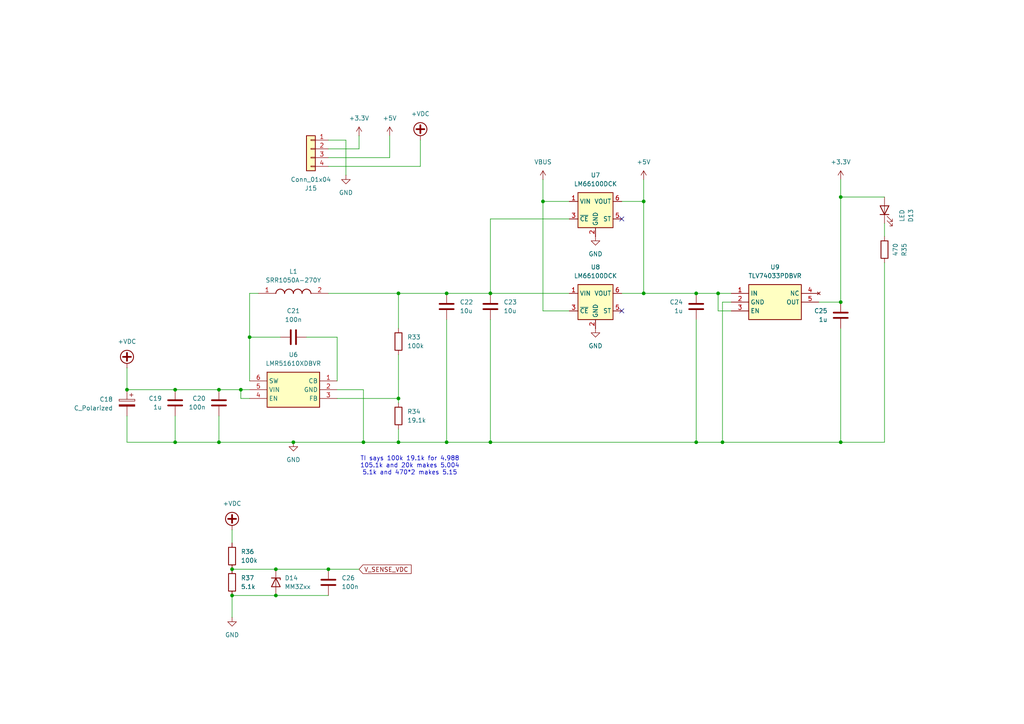
<source format=kicad_sch>
(kicad_sch
	(version 20250114)
	(generator "eeschema")
	(generator_version "9.0")
	(uuid "e38952da-d29e-497b-b7f4-60f14ee6fa00")
	(paper "A4")
	(lib_symbols
		(symbol "Connector_Generic:Conn_01x04"
			(pin_names
				(offset 1.016)
				(hide yes)
			)
			(exclude_from_sim no)
			(in_bom yes)
			(on_board yes)
			(property "Reference" "J"
				(at 0 5.08 0)
				(effects
					(font
						(size 1.27 1.27)
					)
				)
			)
			(property "Value" "Conn_01x04"
				(at 0 -7.62 0)
				(effects
					(font
						(size 1.27 1.27)
					)
				)
			)
			(property "Footprint" ""
				(at 0 0 0)
				(effects
					(font
						(size 1.27 1.27)
					)
					(hide yes)
				)
			)
			(property "Datasheet" "~"
				(at 0 0 0)
				(effects
					(font
						(size 1.27 1.27)
					)
					(hide yes)
				)
			)
			(property "Description" "Generic connector, single row, 01x04, script generated (kicad-library-utils/schlib/autogen/connector/)"
				(at 0 0 0)
				(effects
					(font
						(size 1.27 1.27)
					)
					(hide yes)
				)
			)
			(property "ki_keywords" "connector"
				(at 0 0 0)
				(effects
					(font
						(size 1.27 1.27)
					)
					(hide yes)
				)
			)
			(property "ki_fp_filters" "Connector*:*_1x??_*"
				(at 0 0 0)
				(effects
					(font
						(size 1.27 1.27)
					)
					(hide yes)
				)
			)
			(symbol "Conn_01x04_1_1"
				(rectangle
					(start -1.27 3.81)
					(end 1.27 -6.35)
					(stroke
						(width 0.254)
						(type default)
					)
					(fill
						(type background)
					)
				)
				(rectangle
					(start -1.27 2.667)
					(end 0 2.413)
					(stroke
						(width 0.1524)
						(type default)
					)
					(fill
						(type none)
					)
				)
				(rectangle
					(start -1.27 0.127)
					(end 0 -0.127)
					(stroke
						(width 0.1524)
						(type default)
					)
					(fill
						(type none)
					)
				)
				(rectangle
					(start -1.27 -2.413)
					(end 0 -2.667)
					(stroke
						(width 0.1524)
						(type default)
					)
					(fill
						(type none)
					)
				)
				(rectangle
					(start -1.27 -4.953)
					(end 0 -5.207)
					(stroke
						(width 0.1524)
						(type default)
					)
					(fill
						(type none)
					)
				)
				(pin passive line
					(at -5.08 2.54 0)
					(length 3.81)
					(name "Pin_1"
						(effects
							(font
								(size 1.27 1.27)
							)
						)
					)
					(number "1"
						(effects
							(font
								(size 1.27 1.27)
							)
						)
					)
				)
				(pin passive line
					(at -5.08 0 0)
					(length 3.81)
					(name "Pin_2"
						(effects
							(font
								(size 1.27 1.27)
							)
						)
					)
					(number "2"
						(effects
							(font
								(size 1.27 1.27)
							)
						)
					)
				)
				(pin passive line
					(at -5.08 -2.54 0)
					(length 3.81)
					(name "Pin_3"
						(effects
							(font
								(size 1.27 1.27)
							)
						)
					)
					(number "3"
						(effects
							(font
								(size 1.27 1.27)
							)
						)
					)
				)
				(pin passive line
					(at -5.08 -5.08 0)
					(length 3.81)
					(name "Pin_4"
						(effects
							(font
								(size 1.27 1.27)
							)
						)
					)
					(number "4"
						(effects
							(font
								(size 1.27 1.27)
							)
						)
					)
				)
			)
			(embedded_fonts no)
		)
		(symbol "Device:C"
			(pin_numbers
				(hide yes)
			)
			(pin_names
				(offset 0.254)
			)
			(exclude_from_sim no)
			(in_bom yes)
			(on_board yes)
			(property "Reference" "C"
				(at 0.635 2.54 0)
				(effects
					(font
						(size 1.27 1.27)
					)
					(justify left)
				)
			)
			(property "Value" "C"
				(at 0.635 -2.54 0)
				(effects
					(font
						(size 1.27 1.27)
					)
					(justify left)
				)
			)
			(property "Footprint" ""
				(at 0.9652 -3.81 0)
				(effects
					(font
						(size 1.27 1.27)
					)
					(hide yes)
				)
			)
			(property "Datasheet" "~"
				(at 0 0 0)
				(effects
					(font
						(size 1.27 1.27)
					)
					(hide yes)
				)
			)
			(property "Description" "Unpolarized capacitor"
				(at 0 0 0)
				(effects
					(font
						(size 1.27 1.27)
					)
					(hide yes)
				)
			)
			(property "ki_keywords" "cap capacitor"
				(at 0 0 0)
				(effects
					(font
						(size 1.27 1.27)
					)
					(hide yes)
				)
			)
			(property "ki_fp_filters" "C_*"
				(at 0 0 0)
				(effects
					(font
						(size 1.27 1.27)
					)
					(hide yes)
				)
			)
			(symbol "C_0_1"
				(polyline
					(pts
						(xy -2.032 0.762) (xy 2.032 0.762)
					)
					(stroke
						(width 0.508)
						(type default)
					)
					(fill
						(type none)
					)
				)
				(polyline
					(pts
						(xy -2.032 -0.762) (xy 2.032 -0.762)
					)
					(stroke
						(width 0.508)
						(type default)
					)
					(fill
						(type none)
					)
				)
			)
			(symbol "C_1_1"
				(pin passive line
					(at 0 3.81 270)
					(length 2.794)
					(name "~"
						(effects
							(font
								(size 1.27 1.27)
							)
						)
					)
					(number "1"
						(effects
							(font
								(size 1.27 1.27)
							)
						)
					)
				)
				(pin passive line
					(at 0 -3.81 90)
					(length 2.794)
					(name "~"
						(effects
							(font
								(size 1.27 1.27)
							)
						)
					)
					(number "2"
						(effects
							(font
								(size 1.27 1.27)
							)
						)
					)
				)
			)
			(embedded_fonts no)
		)
		(symbol "Device:C_Polarized"
			(pin_numbers
				(hide yes)
			)
			(pin_names
				(offset 0.254)
			)
			(exclude_from_sim no)
			(in_bom yes)
			(on_board yes)
			(property "Reference" "C"
				(at 0.635 2.54 0)
				(effects
					(font
						(size 1.27 1.27)
					)
					(justify left)
				)
			)
			(property "Value" "C_Polarized"
				(at 0.635 -2.54 0)
				(effects
					(font
						(size 1.27 1.27)
					)
					(justify left)
				)
			)
			(property "Footprint" ""
				(at 0.9652 -3.81 0)
				(effects
					(font
						(size 1.27 1.27)
					)
					(hide yes)
				)
			)
			(property "Datasheet" "~"
				(at 0 0 0)
				(effects
					(font
						(size 1.27 1.27)
					)
					(hide yes)
				)
			)
			(property "Description" "Polarized capacitor"
				(at 0 0 0)
				(effects
					(font
						(size 1.27 1.27)
					)
					(hide yes)
				)
			)
			(property "ki_keywords" "cap capacitor"
				(at 0 0 0)
				(effects
					(font
						(size 1.27 1.27)
					)
					(hide yes)
				)
			)
			(property "ki_fp_filters" "CP_*"
				(at 0 0 0)
				(effects
					(font
						(size 1.27 1.27)
					)
					(hide yes)
				)
			)
			(symbol "C_Polarized_0_1"
				(rectangle
					(start -2.286 0.508)
					(end 2.286 1.016)
					(stroke
						(width 0)
						(type default)
					)
					(fill
						(type none)
					)
				)
				(polyline
					(pts
						(xy -1.778 2.286) (xy -0.762 2.286)
					)
					(stroke
						(width 0)
						(type default)
					)
					(fill
						(type none)
					)
				)
				(polyline
					(pts
						(xy -1.27 2.794) (xy -1.27 1.778)
					)
					(stroke
						(width 0)
						(type default)
					)
					(fill
						(type none)
					)
				)
				(rectangle
					(start 2.286 -0.508)
					(end -2.286 -1.016)
					(stroke
						(width 0)
						(type default)
					)
					(fill
						(type outline)
					)
				)
			)
			(symbol "C_Polarized_1_1"
				(pin passive line
					(at 0 3.81 270)
					(length 2.794)
					(name "~"
						(effects
							(font
								(size 1.27 1.27)
							)
						)
					)
					(number "1"
						(effects
							(font
								(size 1.27 1.27)
							)
						)
					)
				)
				(pin passive line
					(at 0 -3.81 90)
					(length 2.794)
					(name "~"
						(effects
							(font
								(size 1.27 1.27)
							)
						)
					)
					(number "2"
						(effects
							(font
								(size 1.27 1.27)
							)
						)
					)
				)
			)
			(embedded_fonts no)
		)
		(symbol "Device:LED"
			(pin_numbers
				(hide yes)
			)
			(pin_names
				(offset 1.016)
				(hide yes)
			)
			(exclude_from_sim no)
			(in_bom yes)
			(on_board yes)
			(property "Reference" "D"
				(at 0 2.54 0)
				(effects
					(font
						(size 1.27 1.27)
					)
				)
			)
			(property "Value" "LED"
				(at 0 -2.54 0)
				(effects
					(font
						(size 1.27 1.27)
					)
				)
			)
			(property "Footprint" ""
				(at 0 0 0)
				(effects
					(font
						(size 1.27 1.27)
					)
					(hide yes)
				)
			)
			(property "Datasheet" "~"
				(at 0 0 0)
				(effects
					(font
						(size 1.27 1.27)
					)
					(hide yes)
				)
			)
			(property "Description" "Light emitting diode"
				(at 0 0 0)
				(effects
					(font
						(size 1.27 1.27)
					)
					(hide yes)
				)
			)
			(property "Sim.Pins" "1=K 2=A"
				(at 0 0 0)
				(effects
					(font
						(size 1.27 1.27)
					)
					(hide yes)
				)
			)
			(property "ki_keywords" "LED diode"
				(at 0 0 0)
				(effects
					(font
						(size 1.27 1.27)
					)
					(hide yes)
				)
			)
			(property "ki_fp_filters" "LED* LED_SMD:* LED_THT:*"
				(at 0 0 0)
				(effects
					(font
						(size 1.27 1.27)
					)
					(hide yes)
				)
			)
			(symbol "LED_0_1"
				(polyline
					(pts
						(xy -3.048 -0.762) (xy -4.572 -2.286) (xy -3.81 -2.286) (xy -4.572 -2.286) (xy -4.572 -1.524)
					)
					(stroke
						(width 0)
						(type default)
					)
					(fill
						(type none)
					)
				)
				(polyline
					(pts
						(xy -1.778 -0.762) (xy -3.302 -2.286) (xy -2.54 -2.286) (xy -3.302 -2.286) (xy -3.302 -1.524)
					)
					(stroke
						(width 0)
						(type default)
					)
					(fill
						(type none)
					)
				)
				(polyline
					(pts
						(xy -1.27 0) (xy 1.27 0)
					)
					(stroke
						(width 0)
						(type default)
					)
					(fill
						(type none)
					)
				)
				(polyline
					(pts
						(xy -1.27 -1.27) (xy -1.27 1.27)
					)
					(stroke
						(width 0.254)
						(type default)
					)
					(fill
						(type none)
					)
				)
				(polyline
					(pts
						(xy 1.27 -1.27) (xy 1.27 1.27) (xy -1.27 0) (xy 1.27 -1.27)
					)
					(stroke
						(width 0.254)
						(type default)
					)
					(fill
						(type none)
					)
				)
			)
			(symbol "LED_1_1"
				(pin passive line
					(at -3.81 0 0)
					(length 2.54)
					(name "K"
						(effects
							(font
								(size 1.27 1.27)
							)
						)
					)
					(number "1"
						(effects
							(font
								(size 1.27 1.27)
							)
						)
					)
				)
				(pin passive line
					(at 3.81 0 180)
					(length 2.54)
					(name "A"
						(effects
							(font
								(size 1.27 1.27)
							)
						)
					)
					(number "2"
						(effects
							(font
								(size 1.27 1.27)
							)
						)
					)
				)
			)
			(embedded_fonts no)
		)
		(symbol "Device:R"
			(pin_numbers
				(hide yes)
			)
			(pin_names
				(offset 0)
			)
			(exclude_from_sim no)
			(in_bom yes)
			(on_board yes)
			(property "Reference" "R"
				(at 2.032 0 90)
				(effects
					(font
						(size 1.27 1.27)
					)
				)
			)
			(property "Value" "R"
				(at 0 0 90)
				(effects
					(font
						(size 1.27 1.27)
					)
				)
			)
			(property "Footprint" ""
				(at -1.778 0 90)
				(effects
					(font
						(size 1.27 1.27)
					)
					(hide yes)
				)
			)
			(property "Datasheet" "~"
				(at 0 0 0)
				(effects
					(font
						(size 1.27 1.27)
					)
					(hide yes)
				)
			)
			(property "Description" "Resistor"
				(at 0 0 0)
				(effects
					(font
						(size 1.27 1.27)
					)
					(hide yes)
				)
			)
			(property "ki_keywords" "R res resistor"
				(at 0 0 0)
				(effects
					(font
						(size 1.27 1.27)
					)
					(hide yes)
				)
			)
			(property "ki_fp_filters" "R_*"
				(at 0 0 0)
				(effects
					(font
						(size 1.27 1.27)
					)
					(hide yes)
				)
			)
			(symbol "R_0_1"
				(rectangle
					(start -1.016 -2.54)
					(end 1.016 2.54)
					(stroke
						(width 0.254)
						(type default)
					)
					(fill
						(type none)
					)
				)
			)
			(symbol "R_1_1"
				(pin passive line
					(at 0 3.81 270)
					(length 1.27)
					(name "~"
						(effects
							(font
								(size 1.27 1.27)
							)
						)
					)
					(number "1"
						(effects
							(font
								(size 1.27 1.27)
							)
						)
					)
				)
				(pin passive line
					(at 0 -3.81 90)
					(length 1.27)
					(name "~"
						(effects
							(font
								(size 1.27 1.27)
							)
						)
					)
					(number "2"
						(effects
							(font
								(size 1.27 1.27)
							)
						)
					)
				)
			)
			(embedded_fonts no)
		)
		(symbol "Diode:MM3Zxx"
			(pin_numbers
				(hide yes)
			)
			(pin_names
				(hide yes)
			)
			(exclude_from_sim no)
			(in_bom yes)
			(on_board yes)
			(property "Reference" "D"
				(at 0 2.54 0)
				(effects
					(font
						(size 1.27 1.27)
					)
				)
			)
			(property "Value" "MM3Zxx"
				(at 0 -2.54 0)
				(effects
					(font
						(size 1.27 1.27)
					)
				)
			)
			(property "Footprint" "Diode_SMD:D_SOD-323F"
				(at 0 -4.445 0)
				(effects
					(font
						(size 1.27 1.27)
					)
					(hide yes)
				)
			)
			(property "Datasheet" "https://diotec.com/tl_files/diotec/files/pdf/datasheets/mm3z2v4.pdf"
				(at 0 0 0)
				(effects
					(font
						(size 1.27 1.27)
					)
					(hide yes)
				)
			)
			(property "Description" "300mW Zener Diode, SOD-323F"
				(at 0 0 0)
				(effects
					(font
						(size 1.27 1.27)
					)
					(hide yes)
				)
			)
			(property "ki_keywords" "zener diode"
				(at 0 0 0)
				(effects
					(font
						(size 1.27 1.27)
					)
					(hide yes)
				)
			)
			(property "ki_fp_filters" "D?SOD?323F*"
				(at 0 0 0)
				(effects
					(font
						(size 1.27 1.27)
					)
					(hide yes)
				)
			)
			(symbol "MM3Zxx_0_1"
				(polyline
					(pts
						(xy -1.27 -1.27) (xy -1.27 1.27) (xy -0.762 1.27)
					)
					(stroke
						(width 0.254)
						(type default)
					)
					(fill
						(type none)
					)
				)
				(polyline
					(pts
						(xy 1.27 0) (xy -1.27 0)
					)
					(stroke
						(width 0)
						(type default)
					)
					(fill
						(type none)
					)
				)
				(polyline
					(pts
						(xy 1.27 -1.27) (xy 1.27 1.27) (xy -1.27 0) (xy 1.27 -1.27)
					)
					(stroke
						(width 0.254)
						(type default)
					)
					(fill
						(type none)
					)
				)
			)
			(symbol "MM3Zxx_1_1"
				(pin passive line
					(at -3.81 0 0)
					(length 2.54)
					(name "K"
						(effects
							(font
								(size 1.27 1.27)
							)
						)
					)
					(number "1"
						(effects
							(font
								(size 1.27 1.27)
							)
						)
					)
				)
				(pin passive line
					(at 3.81 0 180)
					(length 2.54)
					(name "A"
						(effects
							(font
								(size 1.27 1.27)
							)
						)
					)
					(number "2"
						(effects
							(font
								(size 1.27 1.27)
							)
						)
					)
				)
			)
			(embedded_fonts no)
		)
		(symbol "Power_Management:LM66100DCK"
			(exclude_from_sim no)
			(in_bom yes)
			(on_board yes)
			(property "Reference" "U"
				(at -5.08 6.096 0)
				(effects
					(font
						(size 1.27 1.27)
					)
					(justify left)
				)
			)
			(property "Value" "LM66100DCK"
				(at 0.254 -6.35 0)
				(effects
					(font
						(size 1.27 1.27)
					)
					(justify left)
				)
			)
			(property "Footprint" "Package_TO_SOT_SMD:SOT-363_SC-70-6"
				(at 0 1.27 0)
				(effects
					(font
						(size 1.27 1.27)
					)
					(hide yes)
				)
			)
			(property "Datasheet" "https://www.ti.com/lit/ds/symlink/lm66100.pdf"
				(at 0 -1.016 0)
				(effects
					(font
						(size 1.27 1.27)
					)
					(hide yes)
				)
			)
			(property "Description" "Ideal Diode With Input Polarity Protection 1.5 - 5.5V  Input Voltage, 1.5A Output Current, Ron 141 mOhm, SC-70-6"
				(at 0 -18.034 0)
				(effects
					(font
						(size 1.27 1.27)
					)
					(hide yes)
				)
			)
			(property "ki_keywords" "Texas Instruments"
				(at 0 0 0)
				(effects
					(font
						(size 1.27 1.27)
					)
					(hide yes)
				)
			)
			(property "ki_fp_filters" "*SC?70*"
				(at 0 0 0)
				(effects
					(font
						(size 1.27 1.27)
					)
					(hide yes)
				)
			)
			(symbol "LM66100DCK_0_1"
				(rectangle
					(start -5.08 5.08)
					(end 5.08 -5.08)
					(stroke
						(width 0.254)
						(type default)
					)
					(fill
						(type background)
					)
				)
			)
			(symbol "LM66100DCK_1_1"
				(pin power_in line
					(at -7.62 2.54 0)
					(length 2.54)
					(name "VIN"
						(effects
							(font
								(size 1.27 1.27)
							)
						)
					)
					(number "1"
						(effects
							(font
								(size 1.27 1.27)
							)
						)
					)
				)
				(pin input line
					(at -7.62 -2.54 0)
					(length 2.54)
					(name "~{CE}"
						(effects
							(font
								(size 1.27 1.27)
							)
						)
					)
					(number "3"
						(effects
							(font
								(size 1.27 1.27)
							)
						)
					)
				)
				(pin no_connect line
					(at 0 5.08 270)
					(length 2.54)
					(hide yes)
					(name "NC"
						(effects
							(font
								(size 1.27 1.27)
							)
						)
					)
					(number "4"
						(effects
							(font
								(size 1.27 1.27)
							)
						)
					)
				)
				(pin power_in line
					(at 0 -7.62 90)
					(length 2.54)
					(name "GND"
						(effects
							(font
								(size 1.27 1.27)
							)
						)
					)
					(number "2"
						(effects
							(font
								(size 1.27 1.27)
							)
						)
					)
				)
				(pin power_out line
					(at 7.62 2.54 180)
					(length 2.54)
					(name "VOUT"
						(effects
							(font
								(size 1.27 1.27)
							)
						)
					)
					(number "6"
						(effects
							(font
								(size 1.27 1.27)
							)
						)
					)
				)
				(pin open_collector line
					(at 7.62 -2.54 180)
					(length 2.54)
					(name "ST"
						(effects
							(font
								(size 1.27 1.27)
							)
						)
					)
					(number "5"
						(effects
							(font
								(size 1.27 1.27)
							)
						)
					)
				)
			)
			(embedded_fonts no)
		)
		(symbol "SamacSys_Parts:LMR51610XDBVR"
			(exclude_from_sim no)
			(in_bom yes)
			(on_board yes)
			(property "Reference" "IC"
				(at 21.59 7.62 0)
				(effects
					(font
						(size 1.27 1.27)
					)
					(justify left top)
				)
			)
			(property "Value" "LMR51610XDBVR"
				(at 21.59 5.08 0)
				(effects
					(font
						(size 1.27 1.27)
					)
					(justify left top)
				)
			)
			(property "Footprint" "SOT95P280X145-6N"
				(at 21.59 -94.92 0)
				(effects
					(font
						(size 1.27 1.27)
					)
					(justify left top)
					(hide yes)
				)
			)
			(property "Datasheet" "https://www.ti.com/lit/ds/symlink/lmr51610.pdf?ts=1701061070841"
				(at 21.59 -194.92 0)
				(effects
					(font
						(size 1.27 1.27)
					)
					(justify left top)
					(hide yes)
				)
			)
			(property "Description" "Switching Voltage Regulators SIMPLE SWITCHER&reg; 4.5-V to 65-V, 1-A synchronous buck converter with 25-&micro;A&nbsp;IQ 6-SOT-23 -40 to 150"
				(at 0 0 0)
				(effects
					(font
						(size 1.27 1.27)
					)
					(hide yes)
				)
			)
			(property "Height" "1.45"
				(at 21.59 -394.92 0)
				(effects
					(font
						(size 1.27 1.27)
					)
					(justify left top)
					(hide yes)
				)
			)
			(property "Mouser Part Number" "595-LMR51610XDBVR"
				(at 21.59 -494.92 0)
				(effects
					(font
						(size 1.27 1.27)
					)
					(justify left top)
					(hide yes)
				)
			)
			(property "Mouser Price/Stock" "https://www.mouser.co.uk/ProductDetail/Texas-Instruments/LMR51610XDBVR?qs=HoCaDK9Nz5ewhMO5oRaw9w%3D%3D"
				(at 21.59 -594.92 0)
				(effects
					(font
						(size 1.27 1.27)
					)
					(justify left top)
					(hide yes)
				)
			)
			(property "Manufacturer_Name" "Texas Instruments"
				(at 21.59 -694.92 0)
				(effects
					(font
						(size 1.27 1.27)
					)
					(justify left top)
					(hide yes)
				)
			)
			(property "Manufacturer_Part_Number" "LMR51610XDBVR"
				(at 21.59 -794.92 0)
				(effects
					(font
						(size 1.27 1.27)
					)
					(justify left top)
					(hide yes)
				)
			)
			(symbol "LMR51610XDBVR_1_1"
				(rectangle
					(start 5.08 2.54)
					(end 20.32 -7.62)
					(stroke
						(width 0.254)
						(type default)
					)
					(fill
						(type background)
					)
				)
				(pin input line
					(at 0 0 0)
					(length 5.08)
					(name "CB"
						(effects
							(font
								(size 1.27 1.27)
							)
						)
					)
					(number "1"
						(effects
							(font
								(size 1.27 1.27)
							)
						)
					)
				)
				(pin power_in line
					(at 0 -2.54 0)
					(length 5.08)
					(name "GND"
						(effects
							(font
								(size 1.27 1.27)
							)
						)
					)
					(number "2"
						(effects
							(font
								(size 1.27 1.27)
							)
						)
					)
				)
				(pin input line
					(at 0 -5.08 0)
					(length 5.08)
					(name "FB"
						(effects
							(font
								(size 1.27 1.27)
							)
						)
					)
					(number "3"
						(effects
							(font
								(size 1.27 1.27)
							)
						)
					)
				)
				(pin output line
					(at 25.4 0 180)
					(length 5.08)
					(name "SW"
						(effects
							(font
								(size 1.27 1.27)
							)
						)
					)
					(number "6"
						(effects
							(font
								(size 1.27 1.27)
							)
						)
					)
				)
				(pin power_in line
					(at 25.4 -2.54 180)
					(length 5.08)
					(name "VIN"
						(effects
							(font
								(size 1.27 1.27)
							)
						)
					)
					(number "5"
						(effects
							(font
								(size 1.27 1.27)
							)
						)
					)
				)
				(pin input line
					(at 25.4 -5.08 180)
					(length 5.08)
					(name "EN"
						(effects
							(font
								(size 1.27 1.27)
							)
						)
					)
					(number "4"
						(effects
							(font
								(size 1.27 1.27)
							)
						)
					)
				)
			)
			(embedded_fonts no)
		)
		(symbol "SamacSys_Parts:SRR1050A-270Y"
			(pin_names
				(hide yes)
			)
			(exclude_from_sim no)
			(in_bom yes)
			(on_board yes)
			(property "Reference" "L"
				(at 16.51 6.35 0)
				(effects
					(font
						(size 1.27 1.27)
					)
					(justify left top)
				)
			)
			(property "Value" "SRR1050A-270Y"
				(at 16.51 3.81 0)
				(effects
					(font
						(size 1.27 1.27)
					)
					(justify left top)
				)
			)
			(property "Footprint" "SRR1050A221Y"
				(at 16.51 -96.19 0)
				(effects
					(font
						(size 1.27 1.27)
					)
					(justify left top)
					(hide yes)
				)
			)
			(property "Datasheet" "https://componentsearchengine.com/Datasheets/2/SRR1050A-221Y.pdf"
				(at 16.51 -196.19 0)
				(effects
					(font
						(size 1.27 1.27)
					)
					(justify left top)
					(hide yes)
				)
			)
			(property "Description" "Fixed Inductors 27uH 30% 2.6A shdSMD AEC-Q200"
				(at 0 0 0)
				(effects
					(font
						(size 1.27 1.27)
					)
					(hide yes)
				)
			)
			(property "Height" "5.1"
				(at 16.51 -396.19 0)
				(effects
					(font
						(size 1.27 1.27)
					)
					(justify left top)
					(hide yes)
				)
			)
			(property "Mouser Part Number" "652-SRR1050A-270Y"
				(at 16.51 -496.19 0)
				(effects
					(font
						(size 1.27 1.27)
					)
					(justify left top)
					(hide yes)
				)
			)
			(property "Mouser Price/Stock" "https://www.mouser.co.uk/ProductDetail/Bourns/SRR1050A-270Y?qs=Vt59ZOdFuWa3FZrac0aoSQ%3D%3D"
				(at 16.51 -596.19 0)
				(effects
					(font
						(size 1.27 1.27)
					)
					(justify left top)
					(hide yes)
				)
			)
			(property "Manufacturer_Name" "Bourns"
				(at 16.51 -696.19 0)
				(effects
					(font
						(size 1.27 1.27)
					)
					(justify left top)
					(hide yes)
				)
			)
			(property "Manufacturer_Part_Number" "SRR1050A-270Y"
				(at 16.51 -796.19 0)
				(effects
					(font
						(size 1.27 1.27)
					)
					(justify left top)
					(hide yes)
				)
			)
			(symbol "SRR1050A-270Y_1_1"
				(arc
					(start 5.08 0)
					(mid 6.35 1.219)
					(end 7.62 0)
					(stroke
						(width 0.254)
						(type default)
					)
					(fill
						(type none)
					)
				)
				(arc
					(start 7.62 0)
					(mid 8.89 1.219)
					(end 10.16 0)
					(stroke
						(width 0.254)
						(type default)
					)
					(fill
						(type none)
					)
				)
				(arc
					(start 10.16 0)
					(mid 11.43 1.219)
					(end 12.7 0)
					(stroke
						(width 0.254)
						(type default)
					)
					(fill
						(type none)
					)
				)
				(arc
					(start 12.7 0)
					(mid 13.97 1.219)
					(end 15.24 0)
					(stroke
						(width 0.254)
						(type default)
					)
					(fill
						(type none)
					)
				)
				(pin passive line
					(at 0 0 0)
					(length 5.08)
					(name "1"
						(effects
							(font
								(size 1.27 1.27)
							)
						)
					)
					(number "1"
						(effects
							(font
								(size 1.27 1.27)
							)
						)
					)
				)
				(pin passive line
					(at 20.32 0 180)
					(length 5.08)
					(name "2"
						(effects
							(font
								(size 1.27 1.27)
							)
						)
					)
					(number "2"
						(effects
							(font
								(size 1.27 1.27)
							)
						)
					)
				)
			)
			(embedded_fonts no)
		)
		(symbol "SamacSys_Parts:TLV74033PDBVR"
			(exclude_from_sim no)
			(in_bom yes)
			(on_board yes)
			(property "Reference" "IC"
				(at 21.59 7.62 0)
				(effects
					(font
						(size 1.27 1.27)
					)
					(justify left top)
				)
			)
			(property "Value" "TLV74033PDBVR"
				(at 21.59 5.08 0)
				(effects
					(font
						(size 1.27 1.27)
					)
					(justify left top)
				)
			)
			(property "Footprint" "SOT95P280X145-5N"
				(at 21.59 -94.92 0)
				(effects
					(font
						(size 1.27 1.27)
					)
					(justify left top)
					(hide yes)
				)
			)
			(property "Datasheet" "https://www.ti.com/lit/ds/symlink/tlv740p.pdf?ts=1599647884466&ref_url=https%253A%252F%252Fwww.ti.com%252Fpower-management%252Flinear-regulators-ldo%252Fproducts.html"
				(at 21.59 -194.92 0)
				(effects
					(font
						(size 1.27 1.27)
					)
					(justify left top)
					(hide yes)
				)
			)
			(property "Description" "LDO Voltage Regulators"
				(at 0 0 0)
				(effects
					(font
						(size 1.27 1.27)
					)
					(hide yes)
				)
			)
			(property "Height" "1.45"
				(at 21.59 -394.92 0)
				(effects
					(font
						(size 1.27 1.27)
					)
					(justify left top)
					(hide yes)
				)
			)
			(property "Mouser Part Number" "595-TLV74033PDBVR"
				(at 21.59 -494.92 0)
				(effects
					(font
						(size 1.27 1.27)
					)
					(justify left top)
					(hide yes)
				)
			)
			(property "Mouser Price/Stock" "https://www.mouser.co.uk/ProductDetail/Texas-Instruments/TLV74033PDBVR?qs=sPbYRqrBIVkaG2WMvPh1eg%3D%3D"
				(at 21.59 -594.92 0)
				(effects
					(font
						(size 1.27 1.27)
					)
					(justify left top)
					(hide yes)
				)
			)
			(property "Manufacturer_Name" "Texas Instruments"
				(at 21.59 -694.92 0)
				(effects
					(font
						(size 1.27 1.27)
					)
					(justify left top)
					(hide yes)
				)
			)
			(property "Manufacturer_Part_Number" "TLV74033PDBVR"
				(at 21.59 -794.92 0)
				(effects
					(font
						(size 1.27 1.27)
					)
					(justify left top)
					(hide yes)
				)
			)
			(symbol "TLV74033PDBVR_1_1"
				(rectangle
					(start 5.08 2.54)
					(end 20.32 -7.62)
					(stroke
						(width 0.254)
						(type default)
					)
					(fill
						(type background)
					)
				)
				(pin passive line
					(at 0 0 0)
					(length 5.08)
					(name "IN"
						(effects
							(font
								(size 1.27 1.27)
							)
						)
					)
					(number "1"
						(effects
							(font
								(size 1.27 1.27)
							)
						)
					)
				)
				(pin passive line
					(at 0 -2.54 0)
					(length 5.08)
					(name "GND"
						(effects
							(font
								(size 1.27 1.27)
							)
						)
					)
					(number "2"
						(effects
							(font
								(size 1.27 1.27)
							)
						)
					)
				)
				(pin passive line
					(at 0 -5.08 0)
					(length 5.08)
					(name "EN"
						(effects
							(font
								(size 1.27 1.27)
							)
						)
					)
					(number "3"
						(effects
							(font
								(size 1.27 1.27)
							)
						)
					)
				)
				(pin no_connect line
					(at 25.4 0 180)
					(length 5.08)
					(name "NC"
						(effects
							(font
								(size 1.27 1.27)
							)
						)
					)
					(number "4"
						(effects
							(font
								(size 1.27 1.27)
							)
						)
					)
				)
				(pin passive line
					(at 25.4 -2.54 180)
					(length 5.08)
					(name "OUT"
						(effects
							(font
								(size 1.27 1.27)
							)
						)
					)
					(number "5"
						(effects
							(font
								(size 1.27 1.27)
							)
						)
					)
				)
			)
			(embedded_fonts no)
		)
		(symbol "power:+3.3V"
			(power)
			(pin_numbers
				(hide yes)
			)
			(pin_names
				(offset 0)
				(hide yes)
			)
			(exclude_from_sim no)
			(in_bom yes)
			(on_board yes)
			(property "Reference" "#PWR"
				(at 0 -3.81 0)
				(effects
					(font
						(size 1.27 1.27)
					)
					(hide yes)
				)
			)
			(property "Value" "+3.3V"
				(at 0 3.556 0)
				(effects
					(font
						(size 1.27 1.27)
					)
				)
			)
			(property "Footprint" ""
				(at 0 0 0)
				(effects
					(font
						(size 1.27 1.27)
					)
					(hide yes)
				)
			)
			(property "Datasheet" ""
				(at 0 0 0)
				(effects
					(font
						(size 1.27 1.27)
					)
					(hide yes)
				)
			)
			(property "Description" "Power symbol creates a global label with name \"+3.3V\""
				(at 0 0 0)
				(effects
					(font
						(size 1.27 1.27)
					)
					(hide yes)
				)
			)
			(property "ki_keywords" "global power"
				(at 0 0 0)
				(effects
					(font
						(size 1.27 1.27)
					)
					(hide yes)
				)
			)
			(symbol "+3.3V_0_1"
				(polyline
					(pts
						(xy -0.762 1.27) (xy 0 2.54)
					)
					(stroke
						(width 0)
						(type default)
					)
					(fill
						(type none)
					)
				)
				(polyline
					(pts
						(xy 0 2.54) (xy 0.762 1.27)
					)
					(stroke
						(width 0)
						(type default)
					)
					(fill
						(type none)
					)
				)
				(polyline
					(pts
						(xy 0 0) (xy 0 2.54)
					)
					(stroke
						(width 0)
						(type default)
					)
					(fill
						(type none)
					)
				)
			)
			(symbol "+3.3V_1_1"
				(pin power_in line
					(at 0 0 90)
					(length 0)
					(name "~"
						(effects
							(font
								(size 1.27 1.27)
							)
						)
					)
					(number "1"
						(effects
							(font
								(size 1.27 1.27)
							)
						)
					)
				)
			)
			(embedded_fonts no)
		)
		(symbol "power:+5V"
			(power)
			(pin_numbers
				(hide yes)
			)
			(pin_names
				(offset 0)
				(hide yes)
			)
			(exclude_from_sim no)
			(in_bom yes)
			(on_board yes)
			(property "Reference" "#PWR"
				(at 0 -3.81 0)
				(effects
					(font
						(size 1.27 1.27)
					)
					(hide yes)
				)
			)
			(property "Value" "+5V"
				(at 0 3.556 0)
				(effects
					(font
						(size 1.27 1.27)
					)
				)
			)
			(property "Footprint" ""
				(at 0 0 0)
				(effects
					(font
						(size 1.27 1.27)
					)
					(hide yes)
				)
			)
			(property "Datasheet" ""
				(at 0 0 0)
				(effects
					(font
						(size 1.27 1.27)
					)
					(hide yes)
				)
			)
			(property "Description" "Power symbol creates a global label with name \"+5V\""
				(at 0 0 0)
				(effects
					(font
						(size 1.27 1.27)
					)
					(hide yes)
				)
			)
			(property "ki_keywords" "global power"
				(at 0 0 0)
				(effects
					(font
						(size 1.27 1.27)
					)
					(hide yes)
				)
			)
			(symbol "+5V_0_1"
				(polyline
					(pts
						(xy -0.762 1.27) (xy 0 2.54)
					)
					(stroke
						(width 0)
						(type default)
					)
					(fill
						(type none)
					)
				)
				(polyline
					(pts
						(xy 0 2.54) (xy 0.762 1.27)
					)
					(stroke
						(width 0)
						(type default)
					)
					(fill
						(type none)
					)
				)
				(polyline
					(pts
						(xy 0 0) (xy 0 2.54)
					)
					(stroke
						(width 0)
						(type default)
					)
					(fill
						(type none)
					)
				)
			)
			(symbol "+5V_1_1"
				(pin power_in line
					(at 0 0 90)
					(length 0)
					(name "~"
						(effects
							(font
								(size 1.27 1.27)
							)
						)
					)
					(number "1"
						(effects
							(font
								(size 1.27 1.27)
							)
						)
					)
				)
			)
			(embedded_fonts no)
		)
		(symbol "power:+VDC"
			(power)
			(pin_numbers
				(hide yes)
			)
			(pin_names
				(offset 0)
				(hide yes)
			)
			(exclude_from_sim no)
			(in_bom yes)
			(on_board yes)
			(property "Reference" "#PWR"
				(at 0 -2.54 0)
				(effects
					(font
						(size 1.27 1.27)
					)
					(hide yes)
				)
			)
			(property "Value" "+VDC"
				(at 0 6.35 0)
				(effects
					(font
						(size 1.27 1.27)
					)
				)
			)
			(property "Footprint" ""
				(at 0 0 0)
				(effects
					(font
						(size 1.27 1.27)
					)
					(hide yes)
				)
			)
			(property "Datasheet" ""
				(at 0 0 0)
				(effects
					(font
						(size 1.27 1.27)
					)
					(hide yes)
				)
			)
			(property "Description" "Power symbol creates a global label with name \"+VDC\""
				(at 0 0 0)
				(effects
					(font
						(size 1.27 1.27)
					)
					(hide yes)
				)
			)
			(property "ki_keywords" "global power"
				(at 0 0 0)
				(effects
					(font
						(size 1.27 1.27)
					)
					(hide yes)
				)
			)
			(symbol "+VDC_0_1"
				(polyline
					(pts
						(xy -1.143 3.175) (xy 1.143 3.175)
					)
					(stroke
						(width 0.508)
						(type default)
					)
					(fill
						(type none)
					)
				)
				(circle
					(center 0 3.175)
					(radius 1.905)
					(stroke
						(width 0.254)
						(type default)
					)
					(fill
						(type none)
					)
				)
				(polyline
					(pts
						(xy 0 2.032) (xy 0 4.318)
					)
					(stroke
						(width 0.508)
						(type default)
					)
					(fill
						(type none)
					)
				)
				(polyline
					(pts
						(xy 0 0) (xy 0 1.27)
					)
					(stroke
						(width 0)
						(type default)
					)
					(fill
						(type none)
					)
				)
			)
			(symbol "+VDC_1_1"
				(pin power_in line
					(at 0 0 90)
					(length 0)
					(name "~"
						(effects
							(font
								(size 1.27 1.27)
							)
						)
					)
					(number "1"
						(effects
							(font
								(size 1.27 1.27)
							)
						)
					)
				)
			)
			(embedded_fonts no)
		)
		(symbol "power:GND"
			(power)
			(pin_numbers
				(hide yes)
			)
			(pin_names
				(offset 0)
				(hide yes)
			)
			(exclude_from_sim no)
			(in_bom yes)
			(on_board yes)
			(property "Reference" "#PWR"
				(at 0 -6.35 0)
				(effects
					(font
						(size 1.27 1.27)
					)
					(hide yes)
				)
			)
			(property "Value" "GND"
				(at 0 -3.81 0)
				(effects
					(font
						(size 1.27 1.27)
					)
				)
			)
			(property "Footprint" ""
				(at 0 0 0)
				(effects
					(font
						(size 1.27 1.27)
					)
					(hide yes)
				)
			)
			(property "Datasheet" ""
				(at 0 0 0)
				(effects
					(font
						(size 1.27 1.27)
					)
					(hide yes)
				)
			)
			(property "Description" "Power symbol creates a global label with name \"GND\" , ground"
				(at 0 0 0)
				(effects
					(font
						(size 1.27 1.27)
					)
					(hide yes)
				)
			)
			(property "ki_keywords" "global power"
				(at 0 0 0)
				(effects
					(font
						(size 1.27 1.27)
					)
					(hide yes)
				)
			)
			(symbol "GND_0_1"
				(polyline
					(pts
						(xy 0 0) (xy 0 -1.27) (xy 1.27 -1.27) (xy 0 -2.54) (xy -1.27 -1.27) (xy 0 -1.27)
					)
					(stroke
						(width 0)
						(type default)
					)
					(fill
						(type none)
					)
				)
			)
			(symbol "GND_1_1"
				(pin power_in line
					(at 0 0 270)
					(length 0)
					(name "~"
						(effects
							(font
								(size 1.27 1.27)
							)
						)
					)
					(number "1"
						(effects
							(font
								(size 1.27 1.27)
							)
						)
					)
				)
			)
			(embedded_fonts no)
		)
		(symbol "power:VBUS"
			(power)
			(pin_numbers
				(hide yes)
			)
			(pin_names
				(offset 0)
				(hide yes)
			)
			(exclude_from_sim no)
			(in_bom yes)
			(on_board yes)
			(property "Reference" "#PWR"
				(at 0 -3.81 0)
				(effects
					(font
						(size 1.27 1.27)
					)
					(hide yes)
				)
			)
			(property "Value" "VBUS"
				(at 0 3.556 0)
				(effects
					(font
						(size 1.27 1.27)
					)
				)
			)
			(property "Footprint" ""
				(at 0 0 0)
				(effects
					(font
						(size 1.27 1.27)
					)
					(hide yes)
				)
			)
			(property "Datasheet" ""
				(at 0 0 0)
				(effects
					(font
						(size 1.27 1.27)
					)
					(hide yes)
				)
			)
			(property "Description" "Power symbol creates a global label with name \"VBUS\""
				(at 0 0 0)
				(effects
					(font
						(size 1.27 1.27)
					)
					(hide yes)
				)
			)
			(property "ki_keywords" "global power"
				(at 0 0 0)
				(effects
					(font
						(size 1.27 1.27)
					)
					(hide yes)
				)
			)
			(symbol "VBUS_0_1"
				(polyline
					(pts
						(xy -0.762 1.27) (xy 0 2.54)
					)
					(stroke
						(width 0)
						(type default)
					)
					(fill
						(type none)
					)
				)
				(polyline
					(pts
						(xy 0 2.54) (xy 0.762 1.27)
					)
					(stroke
						(width 0)
						(type default)
					)
					(fill
						(type none)
					)
				)
				(polyline
					(pts
						(xy 0 0) (xy 0 2.54)
					)
					(stroke
						(width 0)
						(type default)
					)
					(fill
						(type none)
					)
				)
			)
			(symbol "VBUS_1_1"
				(pin power_in line
					(at 0 0 90)
					(length 0)
					(name "~"
						(effects
							(font
								(size 1.27 1.27)
							)
						)
					)
					(number "1"
						(effects
							(font
								(size 1.27 1.27)
							)
						)
					)
				)
			)
			(embedded_fonts no)
		)
	)
	(text "TI says 100k 19.1k for 4.988\n105.1k and 20k makes 5.004\n5.1k and 470*2 makes 5.15"
		(exclude_from_sim no)
		(at 118.872 135.128 0)
		(effects
			(font
				(size 1.27 1.27)
			)
		)
		(uuid "350e68e6-b3af-4a29-ab06-d6738c0eefcb")
	)
	(junction
		(at 243.84 128.27)
		(diameter 0)
		(color 0 0 0 0)
		(uuid "0a061c6d-399c-467b-ba39-9b4900bd69d1")
	)
	(junction
		(at 186.69 58.42)
		(diameter 0)
		(color 0 0 0 0)
		(uuid "0b2199b0-5b26-4a8e-b995-f6ad77db4ceb")
	)
	(junction
		(at 85.09 128.27)
		(diameter 0)
		(color 0 0 0 0)
		(uuid "128bc6ec-f156-45fe-b773-c9c05d343d13")
	)
	(junction
		(at 67.31 172.72)
		(diameter 0)
		(color 0 0 0 0)
		(uuid "1436f3ab-e3e3-4906-bdf9-af5abf9ce08e")
	)
	(junction
		(at 129.54 85.09)
		(diameter 0)
		(color 0 0 0 0)
		(uuid "144d03cf-8be1-4845-aa3a-c0df671613b4")
	)
	(junction
		(at 115.57 115.57)
		(diameter 0)
		(color 0 0 0 0)
		(uuid "2073e302-a96b-45ac-8d48-2bd162699db1")
	)
	(junction
		(at 243.84 57.15)
		(diameter 0)
		(color 0 0 0 0)
		(uuid "232cfe47-f1ce-4613-927b-171108e02e92")
	)
	(junction
		(at 129.54 128.27)
		(diameter 0)
		(color 0 0 0 0)
		(uuid "41cc6c4d-b248-487b-9a55-71d2a6eddd7c")
	)
	(junction
		(at 105.41 128.27)
		(diameter 0)
		(color 0 0 0 0)
		(uuid "64335bd4-51f8-44b2-a4fe-af684f022a3c")
	)
	(junction
		(at 201.93 128.27)
		(diameter 0)
		(color 0 0 0 0)
		(uuid "67e3cc3e-ca97-4c1d-a7f4-fe7256f0a84c")
	)
	(junction
		(at 63.5 113.03)
		(diameter 0)
		(color 0 0 0 0)
		(uuid "6bf24eb6-1306-4488-8e53-af7fe94cf2be")
	)
	(junction
		(at 50.8 113.03)
		(diameter 0)
		(color 0 0 0 0)
		(uuid "6c216561-b4bc-4216-99a1-dc9b7da47531")
	)
	(junction
		(at 80.01 172.72)
		(diameter 0)
		(color 0 0 0 0)
		(uuid "71883a2c-134a-43b3-b6b1-02582f8f5208")
	)
	(junction
		(at 115.57 128.27)
		(diameter 0)
		(color 0 0 0 0)
		(uuid "73636848-eeba-487f-b358-8a66a8df76fe")
	)
	(junction
		(at 115.57 85.09)
		(diameter 0)
		(color 0 0 0 0)
		(uuid "7c9dd147-95e4-45c4-af3c-09063cc8f3da")
	)
	(junction
		(at 208.28 85.09)
		(diameter 0)
		(color 0 0 0 0)
		(uuid "84b1d46a-944c-4ef9-aa5c-23c751b4bd1c")
	)
	(junction
		(at 186.69 85.09)
		(diameter 0)
		(color 0 0 0 0)
		(uuid "933120c5-39d8-4cb9-b12b-066be059b943")
	)
	(junction
		(at 69.85 113.03)
		(diameter 0)
		(color 0 0 0 0)
		(uuid "a177ba1a-ef08-4952-a538-10e2b2929994")
	)
	(junction
		(at 63.5 128.27)
		(diameter 0)
		(color 0 0 0 0)
		(uuid "a5be14f8-1b68-476f-8d15-a6a47a59a1d7")
	)
	(junction
		(at 36.83 113.03)
		(diameter 0)
		(color 0 0 0 0)
		(uuid "b1ce123d-f15c-4afe-9a76-a371e5451691")
	)
	(junction
		(at 50.8 128.27)
		(diameter 0)
		(color 0 0 0 0)
		(uuid "b21df836-7ce0-44a9-b52c-60e8d10a6167")
	)
	(junction
		(at 209.55 128.27)
		(diameter 0)
		(color 0 0 0 0)
		(uuid "c8a6aa9d-ba4a-4bbe-8f60-cac88002e7fe")
	)
	(junction
		(at 243.84 87.63)
		(diameter 0)
		(color 0 0 0 0)
		(uuid "ca43ebbd-edbb-4f6d-a6a2-82423048e787")
	)
	(junction
		(at 142.24 85.09)
		(diameter 0)
		(color 0 0 0 0)
		(uuid "cbcc3e97-d05c-448b-9cdb-1dbf528f7b51")
	)
	(junction
		(at 95.25 165.1)
		(diameter 0)
		(color 0 0 0 0)
		(uuid "e3c02304-1ff5-4ded-895d-589297409ea3")
	)
	(junction
		(at 142.24 128.27)
		(diameter 0)
		(color 0 0 0 0)
		(uuid "e53dd161-e95d-43a1-b1af-4acbed00bdfc")
	)
	(junction
		(at 72.39 97.79)
		(diameter 0)
		(color 0 0 0 0)
		(uuid "e686df9e-ca37-40a0-8fa4-1bd492ccfd44")
	)
	(junction
		(at 67.31 165.1)
		(diameter 0)
		(color 0 0 0 0)
		(uuid "ed4b3405-2138-48f8-9ef5-4bfdd03c2a70")
	)
	(junction
		(at 201.93 85.09)
		(diameter 0)
		(color 0 0 0 0)
		(uuid "edca1e57-a646-4ca5-bfad-68fd0fe308da")
	)
	(junction
		(at 80.01 165.1)
		(diameter 0)
		(color 0 0 0 0)
		(uuid "eecd9d43-a13e-4671-bf46-f8dcba9a9de0")
	)
	(junction
		(at 157.48 58.42)
		(diameter 0)
		(color 0 0 0 0)
		(uuid "fc951c99-ea88-4fb2-9b52-ae8d2bdc0430")
	)
	(no_connect
		(at 180.34 63.5)
		(uuid "9d4c3046-3456-4a08-bc15-e4b72a6daa6a")
	)
	(no_connect
		(at 180.34 90.17)
		(uuid "c991b77a-4d55-4b97-935c-38854476195e")
	)
	(wire
		(pts
			(xy 256.54 76.2) (xy 256.54 128.27)
		)
		(stroke
			(width 0)
			(type default)
		)
		(uuid "0222f596-e04b-41df-a156-fa98cd1fb5f0")
	)
	(wire
		(pts
			(xy 67.31 165.1) (xy 80.01 165.1)
		)
		(stroke
			(width 0)
			(type default)
		)
		(uuid "0482ec09-b26e-4477-b611-7802369e4ddb")
	)
	(wire
		(pts
			(xy 113.03 45.72) (xy 113.03 39.37)
		)
		(stroke
			(width 0)
			(type default)
		)
		(uuid "049553a1-0b7d-45a1-b804-71bb874763c5")
	)
	(wire
		(pts
			(xy 95.25 45.72) (xy 113.03 45.72)
		)
		(stroke
			(width 0)
			(type default)
		)
		(uuid "07f34a0f-f5fa-48ac-a29f-4812d92e8772")
	)
	(wire
		(pts
			(xy 157.48 52.07) (xy 157.48 58.42)
		)
		(stroke
			(width 0)
			(type default)
		)
		(uuid "0dd23fc4-05f1-4d6f-a161-02bf2ef40cfc")
	)
	(wire
		(pts
			(xy 100.33 50.8) (xy 100.33 40.64)
		)
		(stroke
			(width 0)
			(type default)
		)
		(uuid "0f134209-b537-4395-ae01-e5e219f7ebef")
	)
	(wire
		(pts
			(xy 142.24 85.09) (xy 165.1 85.09)
		)
		(stroke
			(width 0)
			(type default)
		)
		(uuid "1000c301-f195-4e47-ab66-886cca2304e1")
	)
	(wire
		(pts
			(xy 243.84 95.25) (xy 243.84 128.27)
		)
		(stroke
			(width 0)
			(type default)
		)
		(uuid "11891e28-859b-4ce4-9db3-c1244b1805c3")
	)
	(wire
		(pts
			(xy 115.57 124.46) (xy 115.57 128.27)
		)
		(stroke
			(width 0)
			(type default)
		)
		(uuid "14afc86f-fba9-4a65-9db5-97f916511635")
	)
	(wire
		(pts
			(xy 81.28 97.79) (xy 72.39 97.79)
		)
		(stroke
			(width 0)
			(type default)
		)
		(uuid "29f21a3b-1d94-490b-bd32-606d1a69b824")
	)
	(wire
		(pts
			(xy 142.24 92.71) (xy 142.24 128.27)
		)
		(stroke
			(width 0)
			(type default)
		)
		(uuid "2cf90b22-cf0b-42d0-9ef7-c8683dd928aa")
	)
	(wire
		(pts
			(xy 256.54 64.77) (xy 256.54 68.58)
		)
		(stroke
			(width 0)
			(type default)
		)
		(uuid "2f2960bd-56ea-4e8f-b37d-c92f46118a0a")
	)
	(wire
		(pts
			(xy 208.28 90.17) (xy 208.28 85.09)
		)
		(stroke
			(width 0)
			(type default)
		)
		(uuid "32fb33c3-7207-48ed-bbb5-6d32ac32dc7e")
	)
	(wire
		(pts
			(xy 256.54 128.27) (xy 243.84 128.27)
		)
		(stroke
			(width 0)
			(type default)
		)
		(uuid "33554c31-3da5-44f0-a7b8-c1160bb24d93")
	)
	(wire
		(pts
			(xy 105.41 128.27) (xy 85.09 128.27)
		)
		(stroke
			(width 0)
			(type default)
		)
		(uuid "34bfbf50-0c65-4dbb-8303-0fa06a4872a4")
	)
	(wire
		(pts
			(xy 69.85 115.57) (xy 69.85 113.03)
		)
		(stroke
			(width 0)
			(type default)
		)
		(uuid "3f348ec0-251a-4dad-be49-27eb4018a361")
	)
	(wire
		(pts
			(xy 201.93 85.09) (xy 208.28 85.09)
		)
		(stroke
			(width 0)
			(type default)
		)
		(uuid "42432042-8681-40f2-9b6c-947f903c23c6")
	)
	(wire
		(pts
			(xy 115.57 85.09) (xy 115.57 95.25)
		)
		(stroke
			(width 0)
			(type default)
		)
		(uuid "42488fd6-3af4-469d-b7ed-4750f274b8de")
	)
	(wire
		(pts
			(xy 201.93 92.71) (xy 201.93 128.27)
		)
		(stroke
			(width 0)
			(type default)
		)
		(uuid "4bf31168-82f2-45f5-bde6-acc94de70ec6")
	)
	(wire
		(pts
			(xy 80.01 172.72) (xy 95.25 172.72)
		)
		(stroke
			(width 0)
			(type default)
		)
		(uuid "4c02365e-59da-433e-9a1e-df5329771290")
	)
	(wire
		(pts
			(xy 95.25 165.1) (xy 104.14 165.1)
		)
		(stroke
			(width 0)
			(type default)
		)
		(uuid "4c0732f8-b3d7-4f03-8cea-684c11b53714")
	)
	(wire
		(pts
			(xy 36.83 106.68) (xy 36.83 113.03)
		)
		(stroke
			(width 0)
			(type default)
		)
		(uuid "4df2a69a-cae6-4aab-9d20-62419be89286")
	)
	(wire
		(pts
			(xy 237.49 87.63) (xy 243.84 87.63)
		)
		(stroke
			(width 0)
			(type default)
		)
		(uuid "4efba2bf-2f37-4b2d-a3fc-ebba635b13c2")
	)
	(wire
		(pts
			(xy 67.31 157.48) (xy 67.31 153.67)
		)
		(stroke
			(width 0)
			(type default)
		)
		(uuid "57923220-4330-4f03-a6f9-6b19c10b648c")
	)
	(wire
		(pts
			(xy 50.8 113.03) (xy 63.5 113.03)
		)
		(stroke
			(width 0)
			(type default)
		)
		(uuid "59875441-c906-4293-9b0a-62b3673b81e8")
	)
	(wire
		(pts
			(xy 115.57 102.87) (xy 115.57 115.57)
		)
		(stroke
			(width 0)
			(type default)
		)
		(uuid "5ad825ed-930c-466c-bcb5-838fadc5303d")
	)
	(wire
		(pts
			(xy 36.83 128.27) (xy 50.8 128.27)
		)
		(stroke
			(width 0)
			(type default)
		)
		(uuid "64e7df78-5bea-4fdd-9997-ee2eaab0af79")
	)
	(wire
		(pts
			(xy 186.69 85.09) (xy 186.69 58.42)
		)
		(stroke
			(width 0)
			(type default)
		)
		(uuid "65cb325a-7016-4c03-9008-f310a2fd6e24")
	)
	(wire
		(pts
			(xy 129.54 128.27) (xy 115.57 128.27)
		)
		(stroke
			(width 0)
			(type default)
		)
		(uuid "6ac0d773-bbeb-4e05-ada6-bc533ed30874")
	)
	(wire
		(pts
			(xy 129.54 85.09) (xy 142.24 85.09)
		)
		(stroke
			(width 0)
			(type default)
		)
		(uuid "6cc37edc-374a-4275-8f74-420dd1270706")
	)
	(wire
		(pts
			(xy 36.83 113.03) (xy 50.8 113.03)
		)
		(stroke
			(width 0)
			(type default)
		)
		(uuid "75853299-3ef9-49dd-af41-5f5efcd630cf")
	)
	(wire
		(pts
			(xy 243.84 57.15) (xy 243.84 87.63)
		)
		(stroke
			(width 0)
			(type default)
		)
		(uuid "7c482a05-a095-49b6-a229-98f68e5064bc")
	)
	(wire
		(pts
			(xy 186.69 85.09) (xy 201.93 85.09)
		)
		(stroke
			(width 0)
			(type default)
		)
		(uuid "7e1328d9-6479-4e08-af15-0e777f263d60")
	)
	(wire
		(pts
			(xy 115.57 85.09) (xy 129.54 85.09)
		)
		(stroke
			(width 0)
			(type default)
		)
		(uuid "7e142ad2-9639-4c98-b9ab-b9c442db1e6c")
	)
	(wire
		(pts
			(xy 186.69 52.07) (xy 186.69 58.42)
		)
		(stroke
			(width 0)
			(type default)
		)
		(uuid "7f0a9a8b-6261-4953-a93f-dbb4b052d22f")
	)
	(wire
		(pts
			(xy 142.24 63.5) (xy 142.24 85.09)
		)
		(stroke
			(width 0)
			(type default)
		)
		(uuid "822b20a1-2e0d-493d-86da-1fccc8605647")
	)
	(wire
		(pts
			(xy 100.33 40.64) (xy 95.25 40.64)
		)
		(stroke
			(width 0)
			(type default)
		)
		(uuid "8722802d-9445-425e-a8b1-8afcb0e52353")
	)
	(wire
		(pts
			(xy 180.34 85.09) (xy 186.69 85.09)
		)
		(stroke
			(width 0)
			(type default)
		)
		(uuid "8a7f4a5e-053b-422a-8c43-3e42a39f0952")
	)
	(wire
		(pts
			(xy 142.24 128.27) (xy 129.54 128.27)
		)
		(stroke
			(width 0)
			(type default)
		)
		(uuid "8b5db246-1fdc-4d8b-afc8-a9f96b989641")
	)
	(wire
		(pts
			(xy 63.5 120.65) (xy 63.5 128.27)
		)
		(stroke
			(width 0)
			(type default)
		)
		(uuid "8b77c1c8-a741-4188-b958-e3fc6eff0aed")
	)
	(wire
		(pts
			(xy 80.01 165.1) (xy 95.25 165.1)
		)
		(stroke
			(width 0)
			(type default)
		)
		(uuid "8d37b05d-9c6d-4ae4-84a5-dd7f9195a53d")
	)
	(wire
		(pts
			(xy 72.39 97.79) (xy 72.39 110.49)
		)
		(stroke
			(width 0)
			(type default)
		)
		(uuid "8d6e34fb-69ef-40b9-a579-896c5c17d821")
	)
	(wire
		(pts
			(xy 115.57 128.27) (xy 105.41 128.27)
		)
		(stroke
			(width 0)
			(type default)
		)
		(uuid "901af915-ad52-4718-9921-f2c1ea68bb85")
	)
	(wire
		(pts
			(xy 208.28 85.09) (xy 212.09 85.09)
		)
		(stroke
			(width 0)
			(type default)
		)
		(uuid "92f6f31a-f709-4d56-b7e1-05729eae47ba")
	)
	(wire
		(pts
			(xy 243.84 52.07) (xy 243.84 57.15)
		)
		(stroke
			(width 0)
			(type default)
		)
		(uuid "93d2bd2d-9108-456c-ad31-2cb5cea0888a")
	)
	(wire
		(pts
			(xy 157.48 58.42) (xy 165.1 58.42)
		)
		(stroke
			(width 0)
			(type default)
		)
		(uuid "95cb5b02-510a-43de-aa81-811ac69be047")
	)
	(wire
		(pts
			(xy 72.39 85.09) (xy 72.39 97.79)
		)
		(stroke
			(width 0)
			(type default)
		)
		(uuid "99745ede-7df7-4c8a-8069-e07d413b9e3d")
	)
	(wire
		(pts
			(xy 88.9 97.79) (xy 97.79 97.79)
		)
		(stroke
			(width 0)
			(type default)
		)
		(uuid "9a99864e-5ed2-4166-a9c0-0e5616bd3311")
	)
	(wire
		(pts
			(xy 97.79 115.57) (xy 115.57 115.57)
		)
		(stroke
			(width 0)
			(type default)
		)
		(uuid "9adc3f68-ef7f-4f16-8d90-977324f5e9b9")
	)
	(wire
		(pts
			(xy 157.48 58.42) (xy 157.48 90.17)
		)
		(stroke
			(width 0)
			(type default)
		)
		(uuid "9b0a6877-dde7-44f4-8740-9e4f47dd2db6")
	)
	(wire
		(pts
			(xy 212.09 90.17) (xy 208.28 90.17)
		)
		(stroke
			(width 0)
			(type default)
		)
		(uuid "9c39381a-2af9-4f2e-ac00-68340148300a")
	)
	(wire
		(pts
			(xy 95.25 48.26) (xy 121.92 48.26)
		)
		(stroke
			(width 0)
			(type default)
		)
		(uuid "9d0406d9-0cc2-4f97-bd4d-dc551ffec133")
	)
	(wire
		(pts
			(xy 95.25 85.09) (xy 115.57 85.09)
		)
		(stroke
			(width 0)
			(type default)
		)
		(uuid "abc8b47d-4110-455b-976d-07ee1aa21987")
	)
	(wire
		(pts
			(xy 105.41 113.03) (xy 105.41 128.27)
		)
		(stroke
			(width 0)
			(type default)
		)
		(uuid "ae47a542-16d3-447d-9e84-49a7c980623c")
	)
	(wire
		(pts
			(xy 63.5 113.03) (xy 69.85 113.03)
		)
		(stroke
			(width 0)
			(type default)
		)
		(uuid "b0104664-42ac-46b3-b318-46d6c59fb330")
	)
	(wire
		(pts
			(xy 97.79 97.79) (xy 97.79 110.49)
		)
		(stroke
			(width 0)
			(type default)
		)
		(uuid "b3e7453b-4794-4519-8a9e-42c5a895cc96")
	)
	(wire
		(pts
			(xy 186.69 58.42) (xy 180.34 58.42)
		)
		(stroke
			(width 0)
			(type default)
		)
		(uuid "b448a531-c023-4357-a6ae-6dae5f05a704")
	)
	(wire
		(pts
			(xy 97.79 113.03) (xy 105.41 113.03)
		)
		(stroke
			(width 0)
			(type default)
		)
		(uuid "b6292c19-b276-4e33-b469-c2151b2f49ca")
	)
	(wire
		(pts
			(xy 50.8 120.65) (xy 50.8 128.27)
		)
		(stroke
			(width 0)
			(type default)
		)
		(uuid "bdc84ccb-553b-4e33-80f2-5c3bb5bd0671")
	)
	(wire
		(pts
			(xy 67.31 179.07) (xy 67.31 172.72)
		)
		(stroke
			(width 0)
			(type default)
		)
		(uuid "be49077c-d804-4d95-b5c8-fd6fd2ef1195")
	)
	(wire
		(pts
			(xy 67.31 172.72) (xy 80.01 172.72)
		)
		(stroke
			(width 0)
			(type default)
		)
		(uuid "c140577b-51a9-4e40-9c02-4ab218710b4e")
	)
	(wire
		(pts
			(xy 165.1 63.5) (xy 142.24 63.5)
		)
		(stroke
			(width 0)
			(type default)
		)
		(uuid "c3001862-41fd-42dd-b24a-e791f9058199")
	)
	(wire
		(pts
			(xy 129.54 92.71) (xy 129.54 128.27)
		)
		(stroke
			(width 0)
			(type default)
		)
		(uuid "cc577358-ea23-4a7a-9e8d-50588bfd4b42")
	)
	(wire
		(pts
			(xy 243.84 128.27) (xy 209.55 128.27)
		)
		(stroke
			(width 0)
			(type default)
		)
		(uuid "ccd98628-1b3b-4c96-ad5d-3f205b564145")
	)
	(wire
		(pts
			(xy 121.92 48.26) (xy 121.92 40.64)
		)
		(stroke
			(width 0)
			(type default)
		)
		(uuid "d6ba718f-3d02-4f89-9a32-0284211e8b1e")
	)
	(wire
		(pts
			(xy 63.5 128.27) (xy 85.09 128.27)
		)
		(stroke
			(width 0)
			(type default)
		)
		(uuid "d94fdf8b-d644-4a74-9e3d-257dd5740e5d")
	)
	(wire
		(pts
			(xy 69.85 113.03) (xy 72.39 113.03)
		)
		(stroke
			(width 0)
			(type default)
		)
		(uuid "ddbbdb85-eeff-43a0-9fa0-b730a6c0b6a8")
	)
	(wire
		(pts
			(xy 165.1 90.17) (xy 157.48 90.17)
		)
		(stroke
			(width 0)
			(type default)
		)
		(uuid "e02252a4-44f7-43d0-8e11-97e79339145e")
	)
	(wire
		(pts
			(xy 209.55 128.27) (xy 201.93 128.27)
		)
		(stroke
			(width 0)
			(type default)
		)
		(uuid "e4b5ae6c-c28b-4db6-b7bd-6488112c6c31")
	)
	(wire
		(pts
			(xy 212.09 87.63) (xy 209.55 87.63)
		)
		(stroke
			(width 0)
			(type default)
		)
		(uuid "e528471e-ff9a-4824-befb-709ed2c3e266")
	)
	(wire
		(pts
			(xy 104.14 43.18) (xy 104.14 39.37)
		)
		(stroke
			(width 0)
			(type default)
		)
		(uuid "e8bf3d27-da48-4fa3-801d-355bbf42cf1e")
	)
	(wire
		(pts
			(xy 95.25 43.18) (xy 104.14 43.18)
		)
		(stroke
			(width 0)
			(type default)
		)
		(uuid "e990d7ce-6698-446a-9d9e-0e38d4cba542")
	)
	(wire
		(pts
			(xy 72.39 115.57) (xy 69.85 115.57)
		)
		(stroke
			(width 0)
			(type default)
		)
		(uuid "ea7811cc-20b6-48ec-a630-5ef2261876ee")
	)
	(wire
		(pts
			(xy 243.84 57.15) (xy 256.54 57.15)
		)
		(stroke
			(width 0)
			(type default)
		)
		(uuid "f0d0b06c-2151-41b8-a3ff-4820c6ad9e30")
	)
	(wire
		(pts
			(xy 209.55 87.63) (xy 209.55 128.27)
		)
		(stroke
			(width 0)
			(type default)
		)
		(uuid "f12c1441-2562-47ac-b615-3ef033650d13")
	)
	(wire
		(pts
			(xy 50.8 128.27) (xy 63.5 128.27)
		)
		(stroke
			(width 0)
			(type default)
		)
		(uuid "f143e0ba-07dd-4f15-a71d-712a154b11bb")
	)
	(wire
		(pts
			(xy 201.93 128.27) (xy 142.24 128.27)
		)
		(stroke
			(width 0)
			(type default)
		)
		(uuid "f62663a2-0d41-46e9-a5af-8e75a94b197a")
	)
	(wire
		(pts
			(xy 115.57 116.84) (xy 115.57 115.57)
		)
		(stroke
			(width 0)
			(type default)
		)
		(uuid "f69ad6ae-30d0-4bcd-9053-66103c4bb2be")
	)
	(wire
		(pts
			(xy 74.93 85.09) (xy 72.39 85.09)
		)
		(stroke
			(width 0)
			(type default)
		)
		(uuid "f716cb04-25bf-4414-8058-7ab51d0bd6a2")
	)
	(wire
		(pts
			(xy 36.83 120.65) (xy 36.83 128.27)
		)
		(stroke
			(width 0)
			(type default)
		)
		(uuid "fb13f90d-4698-4a45-a3ff-ee11294ac52b")
	)
	(global_label "V_SENSE_VDC"
		(shape input)
		(at 104.14 165.1 0)
		(fields_autoplaced yes)
		(effects
			(font
				(size 1.27 1.27)
			)
			(justify left)
		)
		(uuid "75e9846e-3afa-4535-87a2-39985e33e3b1")
		(property "Intersheetrefs" "${INTERSHEET_REFS}"
			(at 119.8251 165.1 0)
			(effects
				(font
					(size 1.27 1.27)
				)
				(justify left)
				(hide yes)
			)
		)
	)
	(symbol
		(lib_id "Device:C")
		(at 142.24 88.9 0)
		(unit 1)
		(exclude_from_sim no)
		(in_bom yes)
		(on_board yes)
		(dnp no)
		(fields_autoplaced yes)
		(uuid "011d66ee-e72d-4a8a-81ea-68e8dfe60bd4")
		(property "Reference" "C23"
			(at 146.05 87.6299 0)
			(effects
				(font
					(size 1.27 1.27)
				)
				(justify left)
			)
		)
		(property "Value" "10u"
			(at 146.05 90.1699 0)
			(effects
				(font
					(size 1.27 1.27)
				)
				(justify left)
			)
		)
		(property "Footprint" "Capacitor_SMD:C_0805_2012Metric_Pad1.18x1.45mm_HandSolder"
			(at 143.2052 92.71 0)
			(effects
				(font
					(size 1.27 1.27)
				)
				(hide yes)
			)
		)
		(property "Datasheet" "~"
			(at 142.24 88.9 0)
			(effects
				(font
					(size 1.27 1.27)
				)
				(hide yes)
			)
		)
		(property "Description" "Unpolarized capacitor"
			(at 142.24 88.9 0)
			(effects
				(font
					(size 1.27 1.27)
				)
				(hide yes)
			)
		)
		(pin "1"
			(uuid "ade455da-bf04-4c6d-9d8e-6f2ae9fbd819")
		)
		(pin "2"
			(uuid "291d92fc-771d-4d58-b497-d4a9374c60f8")
		)
		(instances
			(project ""
				(path "/bd7590c0-6a37-4bf0-a9f2-f26180744ceb/497bfd7a-c06a-4d4d-a320-8405be197f02"
					(reference "C23")
					(unit 1)
				)
			)
		)
	)
	(symbol
		(lib_id "power:GND")
		(at 67.31 179.07 0)
		(unit 1)
		(exclude_from_sim no)
		(in_bom yes)
		(on_board yes)
		(dnp no)
		(fields_autoplaced yes)
		(uuid "09aecde6-7710-4355-84c1-826d1a3038e1")
		(property "Reference" "#PWR039"
			(at 67.31 185.42 0)
			(effects
				(font
					(size 1.27 1.27)
				)
				(hide yes)
			)
		)
		(property "Value" "GND"
			(at 67.31 184.15 0)
			(effects
				(font
					(size 1.27 1.27)
				)
			)
		)
		(property "Footprint" ""
			(at 67.31 179.07 0)
			(effects
				(font
					(size 1.27 1.27)
				)
				(hide yes)
			)
		)
		(property "Datasheet" ""
			(at 67.31 179.07 0)
			(effects
				(font
					(size 1.27 1.27)
				)
				(hide yes)
			)
		)
		(property "Description" "Power symbol creates a global label with name \"GND\" , ground"
			(at 67.31 179.07 0)
			(effects
				(font
					(size 1.27 1.27)
				)
				(hide yes)
			)
		)
		(pin "1"
			(uuid "6bf316c4-697c-418c-a5ae-1ca4375fb0fe")
		)
		(instances
			(project ""
				(path "/bd7590c0-6a37-4bf0-a9f2-f26180744ceb/497bfd7a-c06a-4d4d-a320-8405be197f02"
					(reference "#PWR039")
					(unit 1)
				)
			)
		)
	)
	(symbol
		(lib_id "power:+VDC")
		(at 67.31 153.67 0)
		(unit 1)
		(exclude_from_sim no)
		(in_bom yes)
		(on_board yes)
		(dnp no)
		(fields_autoplaced yes)
		(uuid "09baddc1-149b-475f-8d43-a10d51bdcd7b")
		(property "Reference" "#PWR038"
			(at 67.31 156.21 0)
			(effects
				(font
					(size 1.27 1.27)
				)
				(hide yes)
			)
		)
		(property "Value" "+VDC"
			(at 67.31 146.05 0)
			(effects
				(font
					(size 1.27 1.27)
				)
			)
		)
		(property "Footprint" ""
			(at 67.31 153.67 0)
			(effects
				(font
					(size 1.27 1.27)
				)
				(hide yes)
			)
		)
		(property "Datasheet" ""
			(at 67.31 153.67 0)
			(effects
				(font
					(size 1.27 1.27)
				)
				(hide yes)
			)
		)
		(property "Description" "Power symbol creates a global label with name \"+VDC\""
			(at 67.31 153.67 0)
			(effects
				(font
					(size 1.27 1.27)
				)
				(hide yes)
			)
		)
		(pin "1"
			(uuid "2ec1a41f-6908-4474-a41f-15a367c79e7f")
		)
		(instances
			(project ""
				(path "/bd7590c0-6a37-4bf0-a9f2-f26180744ceb/497bfd7a-c06a-4d4d-a320-8405be197f02"
					(reference "#PWR038")
					(unit 1)
				)
			)
		)
	)
	(symbol
		(lib_id "Device:C")
		(at 243.84 91.44 0)
		(mirror x)
		(unit 1)
		(exclude_from_sim no)
		(in_bom yes)
		(on_board yes)
		(dnp no)
		(uuid "0a1c9c31-3a96-424e-a4ad-741c4490f1c7")
		(property "Reference" "C25"
			(at 240.03 90.1699 0)
			(effects
				(font
					(size 1.27 1.27)
				)
				(justify right)
			)
		)
		(property "Value" "1u"
			(at 240.03 92.7099 0)
			(effects
				(font
					(size 1.27 1.27)
				)
				(justify right)
			)
		)
		(property "Footprint" "Capacitor_SMD:C_0603_1608Metric_Pad1.08x0.95mm_HandSolder"
			(at 244.8052 87.63 0)
			(effects
				(font
					(size 1.27 1.27)
				)
				(hide yes)
			)
		)
		(property "Datasheet" "~"
			(at 243.84 91.44 0)
			(effects
				(font
					(size 1.27 1.27)
				)
				(hide yes)
			)
		)
		(property "Description" "Unpolarized capacitor"
			(at 243.84 91.44 0)
			(effects
				(font
					(size 1.27 1.27)
				)
				(hide yes)
			)
		)
		(pin "1"
			(uuid "3ac3db38-ec90-4733-ac69-0967dfd927eb")
		)
		(pin "2"
			(uuid "ea851229-4979-4398-aba7-8892cd31df18")
		)
		(instances
			(project "dmxdude"
				(path "/bd7590c0-6a37-4bf0-a9f2-f26180744ceb/497bfd7a-c06a-4d4d-a320-8405be197f02"
					(reference "C25")
					(unit 1)
				)
			)
		)
	)
	(symbol
		(lib_id "Diode:MM3Zxx")
		(at 80.01 168.91 270)
		(unit 1)
		(exclude_from_sim no)
		(in_bom yes)
		(on_board yes)
		(dnp no)
		(fields_autoplaced yes)
		(uuid "147b4e4c-6264-4593-84c1-84dce418a788")
		(property "Reference" "D14"
			(at 82.55 167.6399 90)
			(effects
				(font
					(size 1.27 1.27)
				)
				(justify left)
			)
		)
		(property "Value" "MM3Zxx"
			(at 82.55 170.1799 90)
			(effects
				(font
					(size 1.27 1.27)
				)
				(justify left)
			)
		)
		(property "Footprint" "Diode_SMD:D_SOD-323F"
			(at 75.565 168.91 0)
			(effects
				(font
					(size 1.27 1.27)
				)
				(hide yes)
			)
		)
		(property "Datasheet" "https://diotec.com/tl_files/diotec/files/pdf/datasheets/mm3z2v4.pdf"
			(at 80.01 168.91 0)
			(effects
				(font
					(size 1.27 1.27)
				)
				(hide yes)
			)
		)
		(property "Description" "300mW Zener Diode, SOD-323F"
			(at 80.01 168.91 0)
			(effects
				(font
					(size 1.27 1.27)
				)
				(hide yes)
			)
		)
		(pin "2"
			(uuid "1a38c06c-ed32-4a97-835c-77cf55ebe1f4")
		)
		(pin "1"
			(uuid "14cac1be-ad51-4a94-ba51-6a09c51caf95")
		)
		(instances
			(project ""
				(path "/bd7590c0-6a37-4bf0-a9f2-f26180744ceb/497bfd7a-c06a-4d4d-a320-8405be197f02"
					(reference "D14")
					(unit 1)
				)
			)
		)
	)
	(symbol
		(lib_id "power:+3.3V")
		(at 243.84 52.07 0)
		(unit 1)
		(exclude_from_sim no)
		(in_bom yes)
		(on_board yes)
		(dnp no)
		(fields_autoplaced yes)
		(uuid "1df4403d-6588-4758-9ce6-87b73c7153fa")
		(property "Reference" "#PWR049"
			(at 243.84 55.88 0)
			(effects
				(font
					(size 1.27 1.27)
				)
				(hide yes)
			)
		)
		(property "Value" "+3.3V"
			(at 243.84 46.99 0)
			(effects
				(font
					(size 1.27 1.27)
				)
			)
		)
		(property "Footprint" ""
			(at 243.84 52.07 0)
			(effects
				(font
					(size 1.27 1.27)
				)
				(hide yes)
			)
		)
		(property "Datasheet" ""
			(at 243.84 52.07 0)
			(effects
				(font
					(size 1.27 1.27)
				)
				(hide yes)
			)
		)
		(property "Description" "Power symbol creates a global label with name \"+3.3V\""
			(at 243.84 52.07 0)
			(effects
				(font
					(size 1.27 1.27)
				)
				(hide yes)
			)
		)
		(pin "1"
			(uuid "fbf56b3f-58bd-4d6e-a459-9bf93b98708c")
		)
		(instances
			(project ""
				(path "/bd7590c0-6a37-4bf0-a9f2-f26180744ceb/497bfd7a-c06a-4d4d-a320-8405be197f02"
					(reference "#PWR049")
					(unit 1)
				)
			)
		)
	)
	(symbol
		(lib_id "Device:C")
		(at 85.09 97.79 90)
		(unit 1)
		(exclude_from_sim no)
		(in_bom yes)
		(on_board yes)
		(dnp no)
		(fields_autoplaced yes)
		(uuid "20b6a70f-36a0-4217-a070-a40bf3244b2b")
		(property "Reference" "C21"
			(at 85.09 90.17 90)
			(effects
				(font
					(size 1.27 1.27)
				)
			)
		)
		(property "Value" "100n"
			(at 85.09 92.71 90)
			(effects
				(font
					(size 1.27 1.27)
				)
			)
		)
		(property "Footprint" "Capacitor_SMD:C_0603_1608Metric_Pad1.08x0.95mm_HandSolder"
			(at 88.9 96.8248 0)
			(effects
				(font
					(size 1.27 1.27)
				)
				(hide yes)
			)
		)
		(property "Datasheet" "~"
			(at 85.09 97.79 0)
			(effects
				(font
					(size 1.27 1.27)
				)
				(hide yes)
			)
		)
		(property "Description" "Unpolarized capacitor"
			(at 85.09 97.79 0)
			(effects
				(font
					(size 1.27 1.27)
				)
				(hide yes)
			)
		)
		(pin "1"
			(uuid "41574a72-ba7b-44d2-ac18-0d610856e026")
		)
		(pin "2"
			(uuid "cd13ad36-ada9-464e-b037-c4a4786e8ec5")
		)
		(instances
			(project ""
				(path "/bd7590c0-6a37-4bf0-a9f2-f26180744ceb/497bfd7a-c06a-4d4d-a320-8405be197f02"
					(reference "C21")
					(unit 1)
				)
			)
		)
	)
	(symbol
		(lib_id "Device:R")
		(at 115.57 99.06 0)
		(unit 1)
		(exclude_from_sim no)
		(in_bom yes)
		(on_board yes)
		(dnp no)
		(uuid "2ca55f3b-6126-41d7-b36a-3e6ce76b757a")
		(property "Reference" "R33"
			(at 118.11 97.7899 0)
			(effects
				(font
					(size 1.27 1.27)
				)
				(justify left)
			)
		)
		(property "Value" "100k"
			(at 118.11 100.33 0)
			(effects
				(font
					(size 1.27 1.27)
				)
				(justify left)
			)
		)
		(property "Footprint" "Resistor_SMD:R_0603_1608Metric_Pad0.98x0.95mm_HandSolder"
			(at 113.792 99.06 90)
			(effects
				(font
					(size 1.27 1.27)
				)
				(hide yes)
			)
		)
		(property "Datasheet" "~"
			(at 115.57 99.06 0)
			(effects
				(font
					(size 1.27 1.27)
				)
				(hide yes)
			)
		)
		(property "Description" "Resistor"
			(at 115.57 99.06 0)
			(effects
				(font
					(size 1.27 1.27)
				)
				(hide yes)
			)
		)
		(pin "2"
			(uuid "480998b2-d2fd-4fdd-b038-7d738235402a")
		)
		(pin "1"
			(uuid "e5c63afa-a5dc-4eac-93f5-6d3418ad6571")
		)
		(instances
			(project ""
				(path "/bd7590c0-6a37-4bf0-a9f2-f26180744ceb/497bfd7a-c06a-4d4d-a320-8405be197f02"
					(reference "R33")
					(unit 1)
				)
			)
		)
	)
	(symbol
		(lib_id "power:+5V")
		(at 113.03 39.37 0)
		(unit 1)
		(exclude_from_sim no)
		(in_bom yes)
		(on_board yes)
		(dnp no)
		(fields_autoplaced yes)
		(uuid "4abb5f14-6150-402c-bafc-ede0fed79ecf")
		(property "Reference" "#PWR043"
			(at 113.03 43.18 0)
			(effects
				(font
					(size 1.27 1.27)
				)
				(hide yes)
			)
		)
		(property "Value" "+5V"
			(at 113.03 34.29 0)
			(effects
				(font
					(size 1.27 1.27)
				)
			)
		)
		(property "Footprint" ""
			(at 113.03 39.37 0)
			(effects
				(font
					(size 1.27 1.27)
				)
				(hide yes)
			)
		)
		(property "Datasheet" ""
			(at 113.03 39.37 0)
			(effects
				(font
					(size 1.27 1.27)
				)
				(hide yes)
			)
		)
		(property "Description" "Power symbol creates a global label with name \"+5V\""
			(at 113.03 39.37 0)
			(effects
				(font
					(size 1.27 1.27)
				)
				(hide yes)
			)
		)
		(pin "1"
			(uuid "0762dff9-1317-422d-88ed-d07dc155fc81")
		)
		(instances
			(project "dmxdude"
				(path "/bd7590c0-6a37-4bf0-a9f2-f26180744ceb/497bfd7a-c06a-4d4d-a320-8405be197f02"
					(reference "#PWR043")
					(unit 1)
				)
			)
		)
	)
	(symbol
		(lib_id "power:GND")
		(at 172.72 68.58 0)
		(unit 1)
		(exclude_from_sim no)
		(in_bom yes)
		(on_board yes)
		(dnp no)
		(fields_autoplaced yes)
		(uuid "4ef3f82d-96eb-40a5-a6cb-fef0b2f3df28")
		(property "Reference" "#PWR046"
			(at 172.72 74.93 0)
			(effects
				(font
					(size 1.27 1.27)
				)
				(hide yes)
			)
		)
		(property "Value" "GND"
			(at 172.72 73.66 0)
			(effects
				(font
					(size 1.27 1.27)
				)
			)
		)
		(property "Footprint" ""
			(at 172.72 68.58 0)
			(effects
				(font
					(size 1.27 1.27)
				)
				(hide yes)
			)
		)
		(property "Datasheet" ""
			(at 172.72 68.58 0)
			(effects
				(font
					(size 1.27 1.27)
				)
				(hide yes)
			)
		)
		(property "Description" "Power symbol creates a global label with name \"GND\" , ground"
			(at 172.72 68.58 0)
			(effects
				(font
					(size 1.27 1.27)
				)
				(hide yes)
			)
		)
		(pin "1"
			(uuid "fac38560-0c04-4228-b55b-b210e2a0862a")
		)
		(instances
			(project "dmxdude"
				(path "/bd7590c0-6a37-4bf0-a9f2-f26180744ceb/497bfd7a-c06a-4d4d-a320-8405be197f02"
					(reference "#PWR046")
					(unit 1)
				)
			)
		)
	)
	(symbol
		(lib_id "Device:R")
		(at 67.31 168.91 0)
		(unit 1)
		(exclude_from_sim no)
		(in_bom yes)
		(on_board yes)
		(dnp no)
		(fields_autoplaced yes)
		(uuid "4f8d0ff0-8aef-4470-b3dd-54f955e42691")
		(property "Reference" "R37"
			(at 69.85 167.6399 0)
			(effects
				(font
					(size 1.27 1.27)
				)
				(justify left)
			)
		)
		(property "Value" "5.1k"
			(at 69.85 170.1799 0)
			(effects
				(font
					(size 1.27 1.27)
				)
				(justify left)
			)
		)
		(property "Footprint" "Resistor_SMD:R_0603_1608Metric_Pad0.98x0.95mm_HandSolder"
			(at 65.532 168.91 90)
			(effects
				(font
					(size 1.27 1.27)
				)
				(hide yes)
			)
		)
		(property "Datasheet" "~"
			(at 67.31 168.91 0)
			(effects
				(font
					(size 1.27 1.27)
				)
				(hide yes)
			)
		)
		(property "Description" "Resistor"
			(at 67.31 168.91 0)
			(effects
				(font
					(size 1.27 1.27)
				)
				(hide yes)
			)
		)
		(pin "1"
			(uuid "9ede02e2-8903-43c8-9675-aa556671951c")
		)
		(pin "2"
			(uuid "cd26946d-710c-4b99-b382-b0c69ec2633a")
		)
		(instances
			(project ""
				(path "/bd7590c0-6a37-4bf0-a9f2-f26180744ceb/497bfd7a-c06a-4d4d-a320-8405be197f02"
					(reference "R37")
					(unit 1)
				)
			)
		)
	)
	(symbol
		(lib_id "SamacSys_Parts:LMR51610XDBVR")
		(at 97.79 110.49 0)
		(mirror y)
		(unit 1)
		(exclude_from_sim no)
		(in_bom yes)
		(on_board yes)
		(dnp no)
		(uuid "576ee053-e893-4b97-aa4f-4215900f1a60")
		(property "Reference" "U6"
			(at 85.09 102.87 0)
			(effects
				(font
					(size 1.27 1.27)
				)
			)
		)
		(property "Value" "LMR51610XDBVR"
			(at 85.09 105.41 0)
			(effects
				(font
					(size 1.27 1.27)
				)
			)
		)
		(property "Footprint" "SamacSys_Parts:SOT95P280X145-6N"
			(at 76.2 205.41 0)
			(effects
				(font
					(size 1.27 1.27)
				)
				(justify left top)
				(hide yes)
			)
		)
		(property "Datasheet" "https://www.ti.com/lit/ds/symlink/lmr51610.pdf?ts=1701061070841"
			(at 76.2 305.41 0)
			(effects
				(font
					(size 1.27 1.27)
				)
				(justify left top)
				(hide yes)
			)
		)
		(property "Description" "Switching Voltage Regulators SIMPLE SWITCHER&reg; 4.5-V to 65-V, 1-A synchronous buck converter with 25-&micro;A&nbsp;IQ 6-SOT-23 -40 to 150"
			(at 97.79 110.49 0)
			(effects
				(font
					(size 1.27 1.27)
				)
				(hide yes)
			)
		)
		(property "Height" "1.45"
			(at 76.2 505.41 0)
			(effects
				(font
					(size 1.27 1.27)
				)
				(justify left top)
				(hide yes)
			)
		)
		(property "Mouser Part Number" "595-LMR51610XDBVR"
			(at 76.2 605.41 0)
			(effects
				(font
					(size 1.27 1.27)
				)
				(justify left top)
				(hide yes)
			)
		)
		(property "Mouser Price/Stock" "https://www.mouser.co.uk/ProductDetail/Texas-Instruments/LMR51610XDBVR?qs=HoCaDK9Nz5ewhMO5oRaw9w%3D%3D"
			(at 76.2 705.41 0)
			(effects
				(font
					(size 1.27 1.27)
				)
				(justify left top)
				(hide yes)
			)
		)
		(property "Manufacturer_Name" "Texas Instruments"
			(at 76.2 805.41 0)
			(effects
				(font
					(size 1.27 1.27)
				)
				(justify left top)
				(hide yes)
			)
		)
		(property "Manufacturer_Part_Number" "LMR51610XDBVR"
			(at 76.2 905.41 0)
			(effects
				(font
					(size 1.27 1.27)
				)
				(justify left top)
				(hide yes)
			)
		)
		(pin "2"
			(uuid "d96f4379-162c-49fe-880a-10597846b19d")
		)
		(pin "1"
			(uuid "bdb25b7c-2a01-4c6f-afba-d7b18f57c01a")
		)
		(pin "4"
			(uuid "29af7063-b822-432e-887e-1906dcf875f4")
		)
		(pin "5"
			(uuid "a7868667-6103-4bcc-a24e-43a47db73cb2")
		)
		(pin "3"
			(uuid "33183e07-4785-4947-81e5-5a88a1277d04")
		)
		(pin "6"
			(uuid "f1af7b9d-20df-4101-8b40-6f5f629d4b2e")
		)
		(instances
			(project ""
				(path "/bd7590c0-6a37-4bf0-a9f2-f26180744ceb/497bfd7a-c06a-4d4d-a320-8405be197f02"
					(reference "U6")
					(unit 1)
				)
			)
		)
	)
	(symbol
		(lib_id "Device:C")
		(at 63.5 116.84 0)
		(mirror x)
		(unit 1)
		(exclude_from_sim no)
		(in_bom yes)
		(on_board yes)
		(dnp no)
		(uuid "5b81e077-0866-42d7-8ca2-c18d2954ae6d")
		(property "Reference" "C20"
			(at 59.69 115.5699 0)
			(effects
				(font
					(size 1.27 1.27)
				)
				(justify right)
			)
		)
		(property "Value" "100n"
			(at 59.69 118.1099 0)
			(effects
				(font
					(size 1.27 1.27)
				)
				(justify right)
			)
		)
		(property "Footprint" "Capacitor_SMD:C_0603_1608Metric_Pad1.08x0.95mm_HandSolder"
			(at 64.4652 113.03 0)
			(effects
				(font
					(size 1.27 1.27)
				)
				(hide yes)
			)
		)
		(property "Datasheet" "~"
			(at 63.5 116.84 0)
			(effects
				(font
					(size 1.27 1.27)
				)
				(hide yes)
			)
		)
		(property "Description" "Unpolarized capacitor"
			(at 63.5 116.84 0)
			(effects
				(font
					(size 1.27 1.27)
				)
				(hide yes)
			)
		)
		(pin "1"
			(uuid "615492f0-6ecc-468f-b584-dd990d647d8f")
		)
		(pin "2"
			(uuid "096e3ee5-cfae-4954-a5d4-a303ab509553")
		)
		(instances
			(project "dmxdude"
				(path "/bd7590c0-6a37-4bf0-a9f2-f26180744ceb/497bfd7a-c06a-4d4d-a320-8405be197f02"
					(reference "C20")
					(unit 1)
				)
			)
		)
	)
	(symbol
		(lib_id "SamacSys_Parts:TLV74033PDBVR")
		(at 212.09 85.09 0)
		(unit 1)
		(exclude_from_sim no)
		(in_bom yes)
		(on_board yes)
		(dnp no)
		(fields_autoplaced yes)
		(uuid "5d4defc0-4d17-49cd-bd86-9c0fa8e24e63")
		(property "Reference" "U9"
			(at 224.79 77.47 0)
			(effects
				(font
					(size 1.27 1.27)
				)
			)
		)
		(property "Value" "TLV74033PDBVR"
			(at 224.79 80.01 0)
			(effects
				(font
					(size 1.27 1.27)
				)
			)
		)
		(property "Footprint" "SamacSys_Parts:SOT95P280X145-5N"
			(at 233.68 180.01 0)
			(effects
				(font
					(size 1.27 1.27)
				)
				(justify left top)
				(hide yes)
			)
		)
		(property "Datasheet" "https://www.ti.com/lit/ds/symlink/tlv740p.pdf?ts=1599647884466&ref_url=https%253A%252F%252Fwww.ti.com%252Fpower-management%252Flinear-regulators-ldo%252Fproducts.html"
			(at 233.68 280.01 0)
			(effects
				(font
					(size 1.27 1.27)
				)
				(justify left top)
				(hide yes)
			)
		)
		(property "Description" "LDO Voltage Regulators"
			(at 212.09 85.09 0)
			(effects
				(font
					(size 1.27 1.27)
				)
				(hide yes)
			)
		)
		(property "Height" "1.45"
			(at 233.68 480.01 0)
			(effects
				(font
					(size 1.27 1.27)
				)
				(justify left top)
				(hide yes)
			)
		)
		(property "Mouser Part Number" "595-TLV74033PDBVR"
			(at 233.68 580.01 0)
			(effects
				(font
					(size 1.27 1.27)
				)
				(justify left top)
				(hide yes)
			)
		)
		(property "Mouser Price/Stock" "https://www.mouser.co.uk/ProductDetail/Texas-Instruments/TLV74033PDBVR?qs=sPbYRqrBIVkaG2WMvPh1eg%3D%3D"
			(at 233.68 680.01 0)
			(effects
				(font
					(size 1.27 1.27)
				)
				(justify left top)
				(hide yes)
			)
		)
		(property "Manufacturer_Name" "Texas Instruments"
			(at 233.68 780.01 0)
			(effects
				(font
					(size 1.27 1.27)
				)
				(justify left top)
				(hide yes)
			)
		)
		(property "Manufacturer_Part_Number" "TLV74033PDBVR"
			(at 233.68 880.01 0)
			(effects
				(font
					(size 1.27 1.27)
				)
				(justify left top)
				(hide yes)
			)
		)
		(pin "1"
			(uuid "72ab55dd-18cf-402d-afb4-41268374f59d")
		)
		(pin "3"
			(uuid "9540cc4e-2111-49f3-8f9c-d59168e37ab9")
		)
		(pin "4"
			(uuid "4d406673-3ad5-4775-929f-bd7d48a020a4")
		)
		(pin "2"
			(uuid "f4bda969-3fda-4888-b664-d418cdca682a")
		)
		(pin "5"
			(uuid "6d8da11f-7309-4544-856a-f53afdf6aaee")
		)
		(instances
			(project ""
				(path "/bd7590c0-6a37-4bf0-a9f2-f26180744ceb/497bfd7a-c06a-4d4d-a320-8405be197f02"
					(reference "U9")
					(unit 1)
				)
			)
		)
	)
	(symbol
		(lib_id "power:+VDC")
		(at 36.83 106.68 0)
		(unit 1)
		(exclude_from_sim no)
		(in_bom yes)
		(on_board yes)
		(dnp no)
		(fields_autoplaced yes)
		(uuid "6ce6f8ae-fc49-4860-8f45-ec3dda444eea")
		(property "Reference" "#PWR037"
			(at 36.83 109.22 0)
			(effects
				(font
					(size 1.27 1.27)
				)
				(hide yes)
			)
		)
		(property "Value" "+VDC"
			(at 36.83 99.06 0)
			(effects
				(font
					(size 1.27 1.27)
				)
			)
		)
		(property "Footprint" ""
			(at 36.83 106.68 0)
			(effects
				(font
					(size 1.27 1.27)
				)
				(hide yes)
			)
		)
		(property "Datasheet" ""
			(at 36.83 106.68 0)
			(effects
				(font
					(size 1.27 1.27)
				)
				(hide yes)
			)
		)
		(property "Description" "Power symbol creates a global label with name \"+VDC\""
			(at 36.83 106.68 0)
			(effects
				(font
					(size 1.27 1.27)
				)
				(hide yes)
			)
		)
		(pin "1"
			(uuid "351fb40e-baaf-4ead-bf14-fa6acf1b3672")
		)
		(instances
			(project "dmxdude"
				(path "/bd7590c0-6a37-4bf0-a9f2-f26180744ceb/497bfd7a-c06a-4d4d-a320-8405be197f02"
					(reference "#PWR037")
					(unit 1)
				)
			)
		)
	)
	(symbol
		(lib_id "Device:C")
		(at 95.25 168.91 0)
		(unit 1)
		(exclude_from_sim no)
		(in_bom yes)
		(on_board yes)
		(dnp no)
		(fields_autoplaced yes)
		(uuid "7c04cbcd-f1d7-4c61-9576-20d25d7a4534")
		(property "Reference" "C26"
			(at 99.06 167.6399 0)
			(effects
				(font
					(size 1.27 1.27)
				)
				(justify left)
			)
		)
		(property "Value" "100n"
			(at 99.06 170.1799 0)
			(effects
				(font
					(size 1.27 1.27)
				)
				(justify left)
			)
		)
		(property "Footprint" "Capacitor_SMD:C_0603_1608Metric_Pad1.08x0.95mm_HandSolder"
			(at 96.2152 172.72 0)
			(effects
				(font
					(size 1.27 1.27)
				)
				(hide yes)
			)
		)
		(property "Datasheet" "~"
			(at 95.25 168.91 0)
			(effects
				(font
					(size 1.27 1.27)
				)
				(hide yes)
			)
		)
		(property "Description" "Unpolarized capacitor"
			(at 95.25 168.91 0)
			(effects
				(font
					(size 1.27 1.27)
				)
				(hide yes)
			)
		)
		(pin "1"
			(uuid "d824e3e6-7bf8-4671-bcf9-03fd87cf3e7c")
		)
		(pin "2"
			(uuid "0ca48e30-0aed-492e-92c7-8b6baf77fb75")
		)
		(instances
			(project ""
				(path "/bd7590c0-6a37-4bf0-a9f2-f26180744ceb/497bfd7a-c06a-4d4d-a320-8405be197f02"
					(reference "C26")
					(unit 1)
				)
			)
		)
	)
	(symbol
		(lib_id "Device:C")
		(at 129.54 88.9 0)
		(unit 1)
		(exclude_from_sim no)
		(in_bom yes)
		(on_board yes)
		(dnp no)
		(fields_autoplaced yes)
		(uuid "83f4d9f4-e33e-4ad2-9b5b-ef12ece844a4")
		(property "Reference" "C22"
			(at 133.35 87.6299 0)
			(effects
				(font
					(size 1.27 1.27)
				)
				(justify left)
			)
		)
		(property "Value" "10u"
			(at 133.35 90.1699 0)
			(effects
				(font
					(size 1.27 1.27)
				)
				(justify left)
			)
		)
		(property "Footprint" "Capacitor_SMD:C_0805_2012Metric_Pad1.18x1.45mm_HandSolder"
			(at 130.5052 92.71 0)
			(effects
				(font
					(size 1.27 1.27)
				)
				(hide yes)
			)
		)
		(property "Datasheet" "~"
			(at 129.54 88.9 0)
			(effects
				(font
					(size 1.27 1.27)
				)
				(hide yes)
			)
		)
		(property "Description" "Unpolarized capacitor"
			(at 129.54 88.9 0)
			(effects
				(font
					(size 1.27 1.27)
				)
				(hide yes)
			)
		)
		(pin "1"
			(uuid "ade455da-bf04-4c6d-9d8e-6f2ae9fbd81a")
		)
		(pin "2"
			(uuid "291d92fc-771d-4d58-b497-d4a9374c60f9")
		)
		(instances
			(project ""
				(path "/bd7590c0-6a37-4bf0-a9f2-f26180744ceb/497bfd7a-c06a-4d4d-a320-8405be197f02"
					(reference "C22")
					(unit 1)
				)
			)
		)
	)
	(symbol
		(lib_id "power:+VDC")
		(at 121.92 40.64 0)
		(unit 1)
		(exclude_from_sim no)
		(in_bom yes)
		(on_board yes)
		(dnp no)
		(fields_autoplaced yes)
		(uuid "86abc0e9-65eb-4706-bdd0-ea78ba3cd5fc")
		(property "Reference" "#PWR044"
			(at 121.92 43.18 0)
			(effects
				(font
					(size 1.27 1.27)
				)
				(hide yes)
			)
		)
		(property "Value" "+VDC"
			(at 121.92 33.02 0)
			(effects
				(font
					(size 1.27 1.27)
				)
			)
		)
		(property "Footprint" ""
			(at 121.92 40.64 0)
			(effects
				(font
					(size 1.27 1.27)
				)
				(hide yes)
			)
		)
		(property "Datasheet" ""
			(at 121.92 40.64 0)
			(effects
				(font
					(size 1.27 1.27)
				)
				(hide yes)
			)
		)
		(property "Description" "Power symbol creates a global label with name \"+VDC\""
			(at 121.92 40.64 0)
			(effects
				(font
					(size 1.27 1.27)
				)
				(hide yes)
			)
		)
		(pin "1"
			(uuid "0628b4b2-4e71-4151-ba71-53a7eada683a")
		)
		(instances
			(project "dmxdude"
				(path "/bd7590c0-6a37-4bf0-a9f2-f26180744ceb/497bfd7a-c06a-4d4d-a320-8405be197f02"
					(reference "#PWR044")
					(unit 1)
				)
			)
		)
	)
	(symbol
		(lib_id "Connector_Generic:Conn_01x04")
		(at 90.17 43.18 0)
		(mirror y)
		(unit 1)
		(exclude_from_sim no)
		(in_bom yes)
		(on_board yes)
		(dnp no)
		(uuid "889abade-8ebb-4c50-a9de-626271ac2580")
		(property "Reference" "J15"
			(at 90.17 54.61 0)
			(effects
				(font
					(size 1.27 1.27)
				)
			)
		)
		(property "Value" "Conn_01x04"
			(at 90.17 52.07 0)
			(effects
				(font
					(size 1.27 1.27)
				)
			)
		)
		(property "Footprint" "Connector_PinHeader_2.54mm:PinHeader_1x04_P2.54mm_Vertical"
			(at 90.17 43.18 0)
			(effects
				(font
					(size 1.27 1.27)
				)
				(hide yes)
			)
		)
		(property "Datasheet" "~"
			(at 90.17 43.18 0)
			(effects
				(font
					(size 1.27 1.27)
				)
				(hide yes)
			)
		)
		(property "Description" "Generic connector, single row, 01x04, script generated (kicad-library-utils/schlib/autogen/connector/)"
			(at 90.17 43.18 0)
			(effects
				(font
					(size 1.27 1.27)
				)
				(hide yes)
			)
		)
		(pin "4"
			(uuid "0401387f-3d1d-4bd0-8cce-5b9dfa1f93ca")
		)
		(pin "1"
			(uuid "0c1cc806-1bb2-4612-8918-a14d79ebf0b0")
		)
		(pin "2"
			(uuid "c02a3244-c2ca-4b5e-99a7-5bb867f6f416")
		)
		(pin "3"
			(uuid "164e69ae-5fb6-449f-91c2-367d1babca71")
		)
		(instances
			(project "dmxdude"
				(path "/bd7590c0-6a37-4bf0-a9f2-f26180744ceb/497bfd7a-c06a-4d4d-a320-8405be197f02"
					(reference "J15")
					(unit 1)
				)
			)
		)
	)
	(symbol
		(lib_id "Device:LED")
		(at 256.54 60.96 90)
		(unit 1)
		(exclude_from_sim no)
		(in_bom yes)
		(on_board yes)
		(dnp no)
		(fields_autoplaced yes)
		(uuid "9b55f0ce-5c66-4214-bfb3-0a8441ed3a72")
		(property "Reference" "D13"
			(at 264.16 62.5475 0)
			(effects
				(font
					(size 1.27 1.27)
				)
			)
		)
		(property "Value" "LED"
			(at 261.62 62.5475 0)
			(effects
				(font
					(size 1.27 1.27)
				)
			)
		)
		(property "Footprint" "LED_SMD:LED_0603_1608Metric_Pad1.05x0.95mm_HandSolder"
			(at 256.54 60.96 0)
			(effects
				(font
					(size 1.27 1.27)
				)
				(hide yes)
			)
		)
		(property "Datasheet" "~"
			(at 256.54 60.96 0)
			(effects
				(font
					(size 1.27 1.27)
				)
				(hide yes)
			)
		)
		(property "Description" "Light emitting diode"
			(at 256.54 60.96 0)
			(effects
				(font
					(size 1.27 1.27)
				)
				(hide yes)
			)
		)
		(property "Sim.Pins" "1=K 2=A"
			(at 256.54 60.96 0)
			(effects
				(font
					(size 1.27 1.27)
				)
				(hide yes)
			)
		)
		(pin "1"
			(uuid "f05419b0-1c2e-4acd-82df-3e74317e2aa2")
		)
		(pin "2"
			(uuid "6ef0f1cf-1e88-40af-b8a1-e942a85a8f83")
		)
		(instances
			(project "dmxdude"
				(path "/bd7590c0-6a37-4bf0-a9f2-f26180744ceb/497bfd7a-c06a-4d4d-a320-8405be197f02"
					(reference "D13")
					(unit 1)
				)
			)
		)
	)
	(symbol
		(lib_id "Power_Management:LM66100DCK")
		(at 172.72 87.63 0)
		(unit 1)
		(exclude_from_sim no)
		(in_bom yes)
		(on_board yes)
		(dnp no)
		(fields_autoplaced yes)
		(uuid "a020e3c2-39b3-4d9d-a5a8-47ead1de5395")
		(property "Reference" "U8"
			(at 172.72 77.47 0)
			(effects
				(font
					(size 1.27 1.27)
				)
			)
		)
		(property "Value" "LM66100DCK"
			(at 172.72 80.01 0)
			(effects
				(font
					(size 1.27 1.27)
				)
			)
		)
		(property "Footprint" "Package_TO_SOT_SMD:SOT-363_SC-70-6"
			(at 172.72 86.36 0)
			(effects
				(font
					(size 1.27 1.27)
				)
				(hide yes)
			)
		)
		(property "Datasheet" "https://www.ti.com/lit/ds/symlink/lm66100.pdf"
			(at 172.72 88.646 0)
			(effects
				(font
					(size 1.27 1.27)
				)
				(hide yes)
			)
		)
		(property "Description" "Ideal Diode With Input Polarity Protection 1.5 - 5.5V  Input Voltage, 1.5A Output Current, Ron 141 mOhm, SC-70-6"
			(at 172.72 105.664 0)
			(effects
				(font
					(size 1.27 1.27)
				)
				(hide yes)
			)
		)
		(pin "3"
			(uuid "94737459-1f35-42ef-9f39-04b76b2c645d")
		)
		(pin "2"
			(uuid "0a07cbc5-c455-4cae-ac7c-ae4047865584")
		)
		(pin "1"
			(uuid "c4702933-1bd5-4de7-b5db-4d77dbf7762b")
		)
		(pin "6"
			(uuid "6b01fbad-9d02-4f56-a67b-ad0f1160aa80")
		)
		(pin "5"
			(uuid "087c75e3-19c7-4cd8-b136-a563a6709a13")
		)
		(pin "4"
			(uuid "b4317873-4a1d-44bc-a2af-f7cefdc05cf4")
		)
		(instances
			(project ""
				(path "/bd7590c0-6a37-4bf0-a9f2-f26180744ceb/497bfd7a-c06a-4d4d-a320-8405be197f02"
					(reference "U8")
					(unit 1)
				)
			)
		)
	)
	(symbol
		(lib_id "power:GND")
		(at 85.09 128.27 0)
		(unit 1)
		(exclude_from_sim no)
		(in_bom yes)
		(on_board yes)
		(dnp no)
		(fields_autoplaced yes)
		(uuid "afe96fdb-3d76-4654-a99e-94fb3c9ac759")
		(property "Reference" "#PWR040"
			(at 85.09 134.62 0)
			(effects
				(font
					(size 1.27 1.27)
				)
				(hide yes)
			)
		)
		(property "Value" "GND"
			(at 85.09 133.35 0)
			(effects
				(font
					(size 1.27 1.27)
				)
			)
		)
		(property "Footprint" ""
			(at 85.09 128.27 0)
			(effects
				(font
					(size 1.27 1.27)
				)
				(hide yes)
			)
		)
		(property "Datasheet" ""
			(at 85.09 128.27 0)
			(effects
				(font
					(size 1.27 1.27)
				)
				(hide yes)
			)
		)
		(property "Description" "Power symbol creates a global label with name \"GND\" , ground"
			(at 85.09 128.27 0)
			(effects
				(font
					(size 1.27 1.27)
				)
				(hide yes)
			)
		)
		(pin "1"
			(uuid "adf9a7ac-a7cb-4b09-a054-255e6d23c712")
		)
		(instances
			(project ""
				(path "/bd7590c0-6a37-4bf0-a9f2-f26180744ceb/497bfd7a-c06a-4d4d-a320-8405be197f02"
					(reference "#PWR040")
					(unit 1)
				)
			)
		)
	)
	(symbol
		(lib_id "Device:R")
		(at 256.54 72.39 0)
		(unit 1)
		(exclude_from_sim no)
		(in_bom yes)
		(on_board yes)
		(dnp no)
		(uuid "b0cfd9e9-ce3d-490d-b075-184d2bea2255")
		(property "Reference" "R35"
			(at 262.2551 70.485 90)
			(effects
				(font
					(size 1.27 1.27)
				)
				(justify right)
			)
		)
		(property "Value" "470"
			(at 259.7151 70.485 90)
			(effects
				(font
					(size 1.27 1.27)
				)
				(justify right)
			)
		)
		(property "Footprint" "Resistor_SMD:R_0603_1608Metric_Pad0.98x0.95mm_HandSolder"
			(at 254.762 72.39 90)
			(effects
				(font
					(size 1.27 1.27)
				)
				(hide yes)
			)
		)
		(property "Datasheet" "~"
			(at 256.54 72.39 0)
			(effects
				(font
					(size 1.27 1.27)
				)
				(hide yes)
			)
		)
		(property "Description" "Resistor"
			(at 256.54 72.39 0)
			(effects
				(font
					(size 1.27 1.27)
				)
				(hide yes)
			)
		)
		(pin "2"
			(uuid "2c18ee31-648c-4d43-8077-84b38547663a")
		)
		(pin "1"
			(uuid "1b6a9701-56ef-4308-a2a9-985674277095")
		)
		(instances
			(project "dmxdude"
				(path "/bd7590c0-6a37-4bf0-a9f2-f26180744ceb/497bfd7a-c06a-4d4d-a320-8405be197f02"
					(reference "R35")
					(unit 1)
				)
			)
		)
	)
	(symbol
		(lib_id "power:+5V")
		(at 186.69 52.07 0)
		(unit 1)
		(exclude_from_sim no)
		(in_bom yes)
		(on_board yes)
		(dnp no)
		(fields_autoplaced yes)
		(uuid "b2ba4ec6-aa87-4011-8e26-d499db49231b")
		(property "Reference" "#PWR048"
			(at 186.69 55.88 0)
			(effects
				(font
					(size 1.27 1.27)
				)
				(hide yes)
			)
		)
		(property "Value" "+5V"
			(at 186.69 46.99 0)
			(effects
				(font
					(size 1.27 1.27)
				)
			)
		)
		(property "Footprint" ""
			(at 186.69 52.07 0)
			(effects
				(font
					(size 1.27 1.27)
				)
				(hide yes)
			)
		)
		(property "Datasheet" ""
			(at 186.69 52.07 0)
			(effects
				(font
					(size 1.27 1.27)
				)
				(hide yes)
			)
		)
		(property "Description" "Power symbol creates a global label with name \"+5V\""
			(at 186.69 52.07 0)
			(effects
				(font
					(size 1.27 1.27)
				)
				(hide yes)
			)
		)
		(pin "1"
			(uuid "8cbd080e-7a7e-4ce6-bc1d-f9bb0cc97a14")
		)
		(instances
			(project ""
				(path "/bd7590c0-6a37-4bf0-a9f2-f26180744ceb/497bfd7a-c06a-4d4d-a320-8405be197f02"
					(reference "#PWR048")
					(unit 1)
				)
			)
		)
	)
	(symbol
		(lib_id "power:VBUS")
		(at 157.48 52.07 0)
		(unit 1)
		(exclude_from_sim no)
		(in_bom yes)
		(on_board yes)
		(dnp no)
		(fields_autoplaced yes)
		(uuid "b5e5d733-a365-4cdb-9e76-f0093457fb81")
		(property "Reference" "#PWR045"
			(at 157.48 55.88 0)
			(effects
				(font
					(size 1.27 1.27)
				)
				(hide yes)
			)
		)
		(property "Value" "VBUS"
			(at 157.48 46.99 0)
			(effects
				(font
					(size 1.27 1.27)
				)
			)
		)
		(property "Footprint" ""
			(at 157.48 52.07 0)
			(effects
				(font
					(size 1.27 1.27)
				)
				(hide yes)
			)
		)
		(property "Datasheet" ""
			(at 157.48 52.07 0)
			(effects
				(font
					(size 1.27 1.27)
				)
				(hide yes)
			)
		)
		(property "Description" "Power symbol creates a global label with name \"VBUS\""
			(at 157.48 52.07 0)
			(effects
				(font
					(size 1.27 1.27)
				)
				(hide yes)
			)
		)
		(pin "1"
			(uuid "885323f8-0419-42e7-ab6c-c03fe5ba43d6")
		)
		(instances
			(project ""
				(path "/bd7590c0-6a37-4bf0-a9f2-f26180744ceb/497bfd7a-c06a-4d4d-a320-8405be197f02"
					(reference "#PWR045")
					(unit 1)
				)
			)
		)
	)
	(symbol
		(lib_id "power:+3.3V")
		(at 104.14 39.37 0)
		(unit 1)
		(exclude_from_sim no)
		(in_bom yes)
		(on_board yes)
		(dnp no)
		(fields_autoplaced yes)
		(uuid "c1dbe0b5-200c-4a1e-857f-ce60a3e9c52f")
		(property "Reference" "#PWR042"
			(at 104.14 43.18 0)
			(effects
				(font
					(size 1.27 1.27)
				)
				(hide yes)
			)
		)
		(property "Value" "+3.3V"
			(at 104.14 34.29 0)
			(effects
				(font
					(size 1.27 1.27)
				)
			)
		)
		(property "Footprint" ""
			(at 104.14 39.37 0)
			(effects
				(font
					(size 1.27 1.27)
				)
				(hide yes)
			)
		)
		(property "Datasheet" ""
			(at 104.14 39.37 0)
			(effects
				(font
					(size 1.27 1.27)
				)
				(hide yes)
			)
		)
		(property "Description" "Power symbol creates a global label with name \"+3.3V\""
			(at 104.14 39.37 0)
			(effects
				(font
					(size 1.27 1.27)
				)
				(hide yes)
			)
		)
		(pin "1"
			(uuid "7d0d28f5-7c5e-48b4-b09c-73ff0de19217")
		)
		(instances
			(project "dmxdude"
				(path "/bd7590c0-6a37-4bf0-a9f2-f26180744ceb/497bfd7a-c06a-4d4d-a320-8405be197f02"
					(reference "#PWR042")
					(unit 1)
				)
			)
		)
	)
	(symbol
		(lib_id "power:GND")
		(at 172.72 95.25 0)
		(unit 1)
		(exclude_from_sim no)
		(in_bom yes)
		(on_board yes)
		(dnp no)
		(fields_autoplaced yes)
		(uuid "c2b31814-f4f1-4632-97f7-e161602497db")
		(property "Reference" "#PWR047"
			(at 172.72 101.6 0)
			(effects
				(font
					(size 1.27 1.27)
				)
				(hide yes)
			)
		)
		(property "Value" "GND"
			(at 172.72 100.33 0)
			(effects
				(font
					(size 1.27 1.27)
				)
			)
		)
		(property "Footprint" ""
			(at 172.72 95.25 0)
			(effects
				(font
					(size 1.27 1.27)
				)
				(hide yes)
			)
		)
		(property "Datasheet" ""
			(at 172.72 95.25 0)
			(effects
				(font
					(size 1.27 1.27)
				)
				(hide yes)
			)
		)
		(property "Description" "Power symbol creates a global label with name \"GND\" , ground"
			(at 172.72 95.25 0)
			(effects
				(font
					(size 1.27 1.27)
				)
				(hide yes)
			)
		)
		(pin "1"
			(uuid "8f631aab-6edb-4bad-8727-f20e77986ffe")
		)
		(instances
			(project "dmxdude"
				(path "/bd7590c0-6a37-4bf0-a9f2-f26180744ceb/497bfd7a-c06a-4d4d-a320-8405be197f02"
					(reference "#PWR047")
					(unit 1)
				)
			)
		)
	)
	(symbol
		(lib_id "SamacSys_Parts:SRR1050A-270Y")
		(at 74.93 85.09 0)
		(unit 1)
		(exclude_from_sim no)
		(in_bom yes)
		(on_board yes)
		(dnp no)
		(fields_autoplaced yes)
		(uuid "c6c944e6-c85f-44db-9469-54efd005d413")
		(property "Reference" "L1"
			(at 85.09 78.74 0)
			(effects
				(font
					(size 1.27 1.27)
				)
			)
		)
		(property "Value" "SRR1050A-270Y"
			(at 85.09 81.28 0)
			(effects
				(font
					(size 1.27 1.27)
				)
			)
		)
		(property "Footprint" "SamacSys_Parts:SRR1050A221Y"
			(at 91.44 181.28 0)
			(effects
				(font
					(size 1.27 1.27)
				)
				(justify left top)
				(hide yes)
			)
		)
		(property "Datasheet" "https://componentsearchengine.com/Datasheets/2/SRR1050A-221Y.pdf"
			(at 91.44 281.28 0)
			(effects
				(font
					(size 1.27 1.27)
				)
				(justify left top)
				(hide yes)
			)
		)
		(property "Description" "Fixed Inductors 27uH 30% 2.6A shdSMD AEC-Q200"
			(at 74.93 85.09 0)
			(effects
				(font
					(size 1.27 1.27)
				)
				(hide yes)
			)
		)
		(property "Height" "5.1"
			(at 91.44 481.28 0)
			(effects
				(font
					(size 1.27 1.27)
				)
				(justify left top)
				(hide yes)
			)
		)
		(property "Mouser Part Number" "652-SRR1050A-270Y"
			(at 91.44 581.28 0)
			(effects
				(font
					(size 1.27 1.27)
				)
				(justify left top)
				(hide yes)
			)
		)
		(property "Mouser Price/Stock" "https://www.mouser.co.uk/ProductDetail/Bourns/SRR1050A-270Y?qs=Vt59ZOdFuWa3FZrac0aoSQ%3D%3D"
			(at 91.44 681.28 0)
			(effects
				(font
					(size 1.27 1.27)
				)
				(justify left top)
				(hide yes)
			)
		)
		(property "Manufacturer_Name" "Bourns"
			(at 91.44 781.28 0)
			(effects
				(font
					(size 1.27 1.27)
				)
				(justify left top)
				(hide yes)
			)
		)
		(property "Manufacturer_Part_Number" "SRR1050A-270Y"
			(at 91.44 881.28 0)
			(effects
				(font
					(size 1.27 1.27)
				)
				(justify left top)
				(hide yes)
			)
		)
		(pin "1"
			(uuid "bf05f502-2e3e-4c27-900f-11e7d46edfd9")
		)
		(pin "2"
			(uuid "afefb819-02e6-40e2-9d08-d7910284528c")
		)
		(instances
			(project ""
				(path "/bd7590c0-6a37-4bf0-a9f2-f26180744ceb/497bfd7a-c06a-4d4d-a320-8405be197f02"
					(reference "L1")
					(unit 1)
				)
			)
		)
	)
	(symbol
		(lib_id "Device:C_Polarized")
		(at 36.83 116.84 0)
		(mirror y)
		(unit 1)
		(exclude_from_sim no)
		(in_bom yes)
		(on_board yes)
		(dnp no)
		(uuid "d85220f4-cf13-46d7-989b-474d08f0a53d")
		(property "Reference" "C18"
			(at 32.766 115.824 0)
			(effects
				(font
					(size 1.27 1.27)
				)
				(justify left)
			)
		)
		(property "Value" "C_Polarized"
			(at 32.766 118.364 0)
			(effects
				(font
					(size 1.27 1.27)
				)
				(justify left)
			)
		)
		(property "Footprint" "Capacitor_THT:CP_Radial_D5.0mm_P2.00mm"
			(at 35.8648 120.65 0)
			(effects
				(font
					(size 1.27 1.27)
				)
				(hide yes)
			)
		)
		(property "Datasheet" "~"
			(at 36.83 116.84 0)
			(effects
				(font
					(size 1.27 1.27)
				)
				(hide yes)
			)
		)
		(property "Description" "Polarized capacitor"
			(at 36.83 116.84 0)
			(effects
				(font
					(size 1.27 1.27)
				)
				(hide yes)
			)
		)
		(pin "1"
			(uuid "2977327a-6b32-460e-abe0-6108fdb9388a")
		)
		(pin "2"
			(uuid "171f6d4d-ae7c-4ed0-9e1a-9c13dd82dbad")
		)
		(instances
			(project ""
				(path "/bd7590c0-6a37-4bf0-a9f2-f26180744ceb/497bfd7a-c06a-4d4d-a320-8405be197f02"
					(reference "C18")
					(unit 1)
				)
			)
		)
	)
	(symbol
		(lib_id "Power_Management:LM66100DCK")
		(at 172.72 60.96 0)
		(unit 1)
		(exclude_from_sim no)
		(in_bom yes)
		(on_board yes)
		(dnp no)
		(fields_autoplaced yes)
		(uuid "e8c105d4-3fb8-4313-bca6-b30595e2a441")
		(property "Reference" "U7"
			(at 172.72 50.8 0)
			(effects
				(font
					(size 1.27 1.27)
				)
			)
		)
		(property "Value" "LM66100DCK"
			(at 172.72 53.34 0)
			(effects
				(font
					(size 1.27 1.27)
				)
			)
		)
		(property "Footprint" "Package_TO_SOT_SMD:SOT-363_SC-70-6"
			(at 172.72 59.69 0)
			(effects
				(font
					(size 1.27 1.27)
				)
				(hide yes)
			)
		)
		(property "Datasheet" "https://www.ti.com/lit/ds/symlink/lm66100.pdf"
			(at 172.72 61.976 0)
			(effects
				(font
					(size 1.27 1.27)
				)
				(hide yes)
			)
		)
		(property "Description" "Ideal Diode With Input Polarity Protection 1.5 - 5.5V  Input Voltage, 1.5A Output Current, Ron 141 mOhm, SC-70-6"
			(at 172.72 78.994 0)
			(effects
				(font
					(size 1.27 1.27)
				)
				(hide yes)
			)
		)
		(pin "3"
			(uuid "c236f193-e19f-460e-ba8f-1bcf53056a85")
		)
		(pin "2"
			(uuid "9a6c73bf-de4d-46e4-b27e-762b93e1575b")
		)
		(pin "1"
			(uuid "86c83340-15ef-4f3a-b317-67bdb279ad82")
		)
		(pin "6"
			(uuid "8b64da0f-b15b-4368-9986-a5986ac0d743")
		)
		(pin "5"
			(uuid "feef61f1-1fda-4327-b2dd-efb1e1a18fa2")
		)
		(pin "4"
			(uuid "dbd3e8a7-1d21-4a06-a0c9-6d7b3951b470")
		)
		(instances
			(project "dmxdude"
				(path "/bd7590c0-6a37-4bf0-a9f2-f26180744ceb/497bfd7a-c06a-4d4d-a320-8405be197f02"
					(reference "U7")
					(unit 1)
				)
			)
		)
	)
	(symbol
		(lib_id "Device:R")
		(at 67.31 161.29 0)
		(unit 1)
		(exclude_from_sim no)
		(in_bom yes)
		(on_board yes)
		(dnp no)
		(fields_autoplaced yes)
		(uuid "f0340f06-e9ec-41d6-9fcb-51c18c84e9ec")
		(property "Reference" "R36"
			(at 69.85 160.0199 0)
			(effects
				(font
					(size 1.27 1.27)
				)
				(justify left)
			)
		)
		(property "Value" "100k"
			(at 69.85 162.5599 0)
			(effects
				(font
					(size 1.27 1.27)
				)
				(justify left)
			)
		)
		(property "Footprint" "Resistor_SMD:R_0603_1608Metric_Pad0.98x0.95mm_HandSolder"
			(at 65.532 161.29 90)
			(effects
				(font
					(size 1.27 1.27)
				)
				(hide yes)
			)
		)
		(property "Datasheet" "~"
			(at 67.31 161.29 0)
			(effects
				(font
					(size 1.27 1.27)
				)
				(hide yes)
			)
		)
		(property "Description" "Resistor"
			(at 67.31 161.29 0)
			(effects
				(font
					(size 1.27 1.27)
				)
				(hide yes)
			)
		)
		(pin "1"
			(uuid "9ede02e2-8903-43c8-9675-aa556671951d")
		)
		(pin "2"
			(uuid "cd26946d-710c-4b99-b382-b0c69ec2633b")
		)
		(instances
			(project ""
				(path "/bd7590c0-6a37-4bf0-a9f2-f26180744ceb/497bfd7a-c06a-4d4d-a320-8405be197f02"
					(reference "R36")
					(unit 1)
				)
			)
		)
	)
	(symbol
		(lib_id "Device:C")
		(at 201.93 88.9 0)
		(mirror x)
		(unit 1)
		(exclude_from_sim no)
		(in_bom yes)
		(on_board yes)
		(dnp no)
		(uuid "f06842bd-268c-4acb-84bb-200b065d3f76")
		(property "Reference" "C24"
			(at 198.12 87.6299 0)
			(effects
				(font
					(size 1.27 1.27)
				)
				(justify right)
			)
		)
		(property "Value" "1u"
			(at 198.12 90.1699 0)
			(effects
				(font
					(size 1.27 1.27)
				)
				(justify right)
			)
		)
		(property "Footprint" "Capacitor_SMD:C_0603_1608Metric_Pad1.08x0.95mm_HandSolder"
			(at 202.8952 85.09 0)
			(effects
				(font
					(size 1.27 1.27)
				)
				(hide yes)
			)
		)
		(property "Datasheet" "~"
			(at 201.93 88.9 0)
			(effects
				(font
					(size 1.27 1.27)
				)
				(hide yes)
			)
		)
		(property "Description" "Unpolarized capacitor"
			(at 201.93 88.9 0)
			(effects
				(font
					(size 1.27 1.27)
				)
				(hide yes)
			)
		)
		(pin "1"
			(uuid "d68a6906-ecf1-4838-9819-399f35f907d0")
		)
		(pin "2"
			(uuid "eb20285e-c228-4394-8e1c-49a2d1e41b17")
		)
		(instances
			(project "dmxdude"
				(path "/bd7590c0-6a37-4bf0-a9f2-f26180744ceb/497bfd7a-c06a-4d4d-a320-8405be197f02"
					(reference "C24")
					(unit 1)
				)
			)
		)
	)
	(symbol
		(lib_id "Device:R")
		(at 115.57 120.65 0)
		(unit 1)
		(exclude_from_sim no)
		(in_bom yes)
		(on_board yes)
		(dnp no)
		(fields_autoplaced yes)
		(uuid "f1955304-ba6f-40e6-9d36-ed6184779dea")
		(property "Reference" "R34"
			(at 118.11 119.3799 0)
			(effects
				(font
					(size 1.27 1.27)
				)
				(justify left)
			)
		)
		(property "Value" "19.1k"
			(at 118.11 121.9199 0)
			(effects
				(font
					(size 1.27 1.27)
				)
				(justify left)
			)
		)
		(property "Footprint" "Resistor_SMD:R_0603_1608Metric_Pad0.98x0.95mm_HandSolder"
			(at 113.792 120.65 90)
			(effects
				(font
					(size 1.27 1.27)
				)
				(hide yes)
			)
		)
		(property "Datasheet" "~"
			(at 115.57 120.65 0)
			(effects
				(font
					(size 1.27 1.27)
				)
				(hide yes)
			)
		)
		(property "Description" "Resistor"
			(at 115.57 120.65 0)
			(effects
				(font
					(size 1.27 1.27)
				)
				(hide yes)
			)
		)
		(pin "2"
			(uuid "480998b2-d2fd-4fdd-b038-7d738235402b")
		)
		(pin "1"
			(uuid "e5c63afa-a5dc-4eac-93f5-6d3418ad6572")
		)
		(instances
			(project ""
				(path "/bd7590c0-6a37-4bf0-a9f2-f26180744ceb/497bfd7a-c06a-4d4d-a320-8405be197f02"
					(reference "R34")
					(unit 1)
				)
			)
		)
	)
	(symbol
		(lib_id "Device:C")
		(at 50.8 116.84 0)
		(mirror x)
		(unit 1)
		(exclude_from_sim no)
		(in_bom yes)
		(on_board yes)
		(dnp no)
		(uuid "f5a4048c-3312-4997-8de4-021c87423688")
		(property "Reference" "C19"
			(at 46.99 115.5699 0)
			(effects
				(font
					(size 1.27 1.27)
				)
				(justify right)
			)
		)
		(property "Value" "1u"
			(at 46.99 118.1099 0)
			(effects
				(font
					(size 1.27 1.27)
				)
				(justify right)
			)
		)
		(property "Footprint" "Capacitor_SMD:C_0603_1608Metric_Pad1.08x0.95mm_HandSolder"
			(at 51.7652 113.03 0)
			(effects
				(font
					(size 1.27 1.27)
				)
				(hide yes)
			)
		)
		(property "Datasheet" "~"
			(at 50.8 116.84 0)
			(effects
				(font
					(size 1.27 1.27)
				)
				(hide yes)
			)
		)
		(property "Description" "Unpolarized capacitor"
			(at 50.8 116.84 0)
			(effects
				(font
					(size 1.27 1.27)
				)
				(hide yes)
			)
		)
		(pin "1"
			(uuid "0f5d5517-4047-4c81-998d-b7527abfa9e8")
		)
		(pin "2"
			(uuid "9763626e-e738-4b2b-bc42-222e76dd32c9")
		)
		(instances
			(project "dmxdude"
				(path "/bd7590c0-6a37-4bf0-a9f2-f26180744ceb/497bfd7a-c06a-4d4d-a320-8405be197f02"
					(reference "C19")
					(unit 1)
				)
			)
		)
	)
	(symbol
		(lib_id "power:GND")
		(at 100.33 50.8 0)
		(unit 1)
		(exclude_from_sim no)
		(in_bom yes)
		(on_board yes)
		(dnp no)
		(fields_autoplaced yes)
		(uuid "fb271971-9239-4d51-a19b-c7fe4d0dbf4d")
		(property "Reference" "#PWR041"
			(at 100.33 57.15 0)
			(effects
				(font
					(size 1.27 1.27)
				)
				(hide yes)
			)
		)
		(property "Value" "GND"
			(at 100.33 55.88 0)
			(effects
				(font
					(size 1.27 1.27)
				)
			)
		)
		(property "Footprint" ""
			(at 100.33 50.8 0)
			(effects
				(font
					(size 1.27 1.27)
				)
				(hide yes)
			)
		)
		(property "Datasheet" ""
			(at 100.33 50.8 0)
			(effects
				(font
					(size 1.27 1.27)
				)
				(hide yes)
			)
		)
		(property "Description" "Power symbol creates a global label with name \"GND\" , ground"
			(at 100.33 50.8 0)
			(effects
				(font
					(size 1.27 1.27)
				)
				(hide yes)
			)
		)
		(pin "1"
			(uuid "6a875174-68b5-4b0b-902e-192fe1131cb3")
		)
		(instances
			(project "dmxdude"
				(path "/bd7590c0-6a37-4bf0-a9f2-f26180744ceb/497bfd7a-c06a-4d4d-a320-8405be197f02"
					(reference "#PWR041")
					(unit 1)
				)
			)
		)
	)
)

</source>
